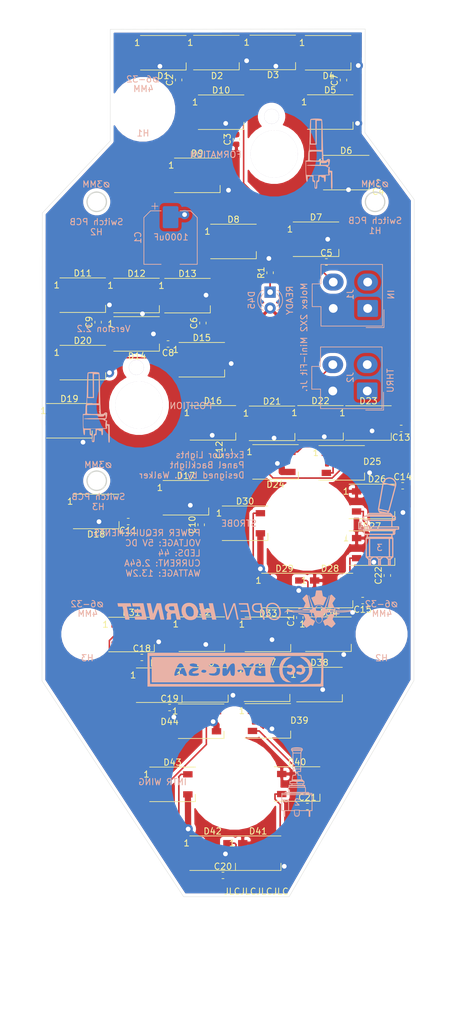
<source format=kicad_pcb>
(kicad_pcb (version 20171130) (host pcbnew "(5.1.12-1-10_14)")
  (layers (0 F.Cu signal) (31 B.Cu signal) (34 B.Paste user) (35 F.Paste user) (36 B.SilkS user) (37 F.SilkS user) (38 B.Mask user) (39 F.Mask user) (44 Edge.Cuts user))
  (net 0 "")
  (net 1 "Net-(D1-Pad2)")
  (net 2 "Net-(D2-Pad2)")
  (net 3 "Net-(D3-Pad2)")
  (net 4 "Net-(D4-Pad2)")
  (net 5 "Net-(D5-Pad2)")
  (net 6 "Net-(D10-Pad4)")
  (net 7 "Net-(D7-Pad2)")
  (net 8 "Net-(D10-Pad2)")
  (net 9 "Net-(D11-Pad2)")
  (net 10 "Net-(D12-Pad2)")
  (net 11 "Net-(D13-Pad2)")
  (net 12 "Net-(D14-Pad2)")
  (net 13 "Net-(D15-Pad2)")
  (net 14 "Net-(D16-Pad2)")
  (net 15 "Net-(D17-Pad2)")
  (net 16 "Net-(D18-Pad2)")
  (net 17 "Net-(D19-Pad2)")
  (net 18 "Net-(D20-Pad2)")
  (net 19 "Net-(D21-Pad2)")
  (net 20 "Net-(D22-Pad2)")
  (net 21 "Net-(D23-Pad2)")
  (net 22 "Net-(D24-Pad2)")
  (net 23 "Net-(D25-Pad2)")
  (net 24 "Net-(D26-Pad2)")
  (net 25 "Net-(D27-Pad2)")
  (net 26 "Net-(D28-Pad2)")
  (net 27 "Net-(D29-Pad2)")
  (net 28 "Net-(D30-Pad2)")
  (net 29 "Net-(D31-Pad2)")
  (net 30 "Net-(D32-Pad2)")
  (net 31 "Net-(D33-Pad2)")
  (net 32 "Net-(D34-Pad2)")
  (net 33 "Net-(D35-Pad2)")
  (net 34 "Net-(D36-Pad2)")
  (net 35 "Net-(D37-Pad2)")
  (net 36 "Net-(D38-Pad2)")
  (net 37 "Net-(D39-Pad2)")
  (net 38 "Net-(D40-Pad2)")
  (net 39 "Net-(D41-Pad2)")
  (net 40 "Net-(D42-Pad2)")
  (net 41 "Net-(D43-Pad2)")
  (net 42 "Net-(D6-Pad2)")
  (net 43 "Net-(D8-Pad2)")
  (net 44 /LEDGND)
  (net 45 /LED+5V)
  (net 46 /DATAIN)
  (net 47 /DATAOUT)
  (net 48 "Net-(D45-Pad1)")
  (module OH_Backlighting:Molex_Mini-Fit_Jr_5566-04A_2x02_P4.20mm_Vertical (layer B.Cu) (at 143.934 84.9605 90)
    (fp_text reference J2 (at 2.1565 -2.71 90) (layer B.SilkS) (effects (justify mirror)))
    (fp_text value Conn_01x04_Female)
    (pad 4 thru_hole oval (at 4.2 -5.5 90) (size 2.7 3.3) (drill 1.4) (layers *.Cu *.Mask) (net 47 /DATAOUT))
    (pad 3 thru_hole oval (at 0 -5.5 90) (size 2.7 3.3) (drill 1.4) (layers *.Cu *.Mask) (net 44 /LEDGND))
    (pad 2 thru_hole oval (at 4.2 0 90) (size 2.7 3.3) (drill 1.4) (layers *.Cu *.Mask) (net 45 /LED+5V))
    (pad 1 thru_hole roundrect (at 0 0 90) (size 2.7 3.3) (drill 1.4) (layers *.Cu *.Mask) (roundrect_rratio 0.09259296296296296) (net 45 /LED+5V))
  )
  (module OH_Backlighting:Molex_Mini-Fit_Jr_5566-04A_2x02_P4.20mm_Vertical (layer B.Cu) (at 144.003 71.8083 90)
    (fp_text reference J1 (at 2.2123 -2.779 90) (layer B.SilkS) (effects (justify mirror)))
    (fp_text value Conn_01x04_Female)
    (pad 4 thru_hole oval (at 4.2 -5.5 90) (size 2.7 3.3) (drill 1.4) (layers *.Cu *.Mask) (net 46 /DATAIN))
    (pad 3 thru_hole oval (at 0 -5.5 90) (size 2.7 3.3) (drill 1.4) (layers *.Cu *.Mask) (net 44 /LEDGND))
    (pad 2 thru_hole oval (at 4.2 0 90) (size 2.7 3.3) (drill 1.4) (layers *.Cu *.Mask) (net 45 /LED+5V))
    (pad 1 thru_hole roundrect (at 0 0 90) (size 2.7 3.3) (drill 1.4) (layers *.Cu *.Mask) (roundrect_rratio 0.09259296296296296) (net 45 /LED+5V))
  )
  (module OH_Backlighting:100SPX_Toggle_13mm_x_18mm (layer F.Cu) (at 134.4104 106.2482 180)
    (fp_text reference 3 hide)
    (fp_text value 100SPX_Toggle_13mm_x_18mm hide)
    (pad "" np_thru_hole circle (at 0 0 180) (size 12.7 12.7) (drill 12.7) (layers *.Mask B.Cu) (clearance 3.65))
    (pad "" np_thru_hole circle (at 0 0 180) (size 12.7 12.7) (drill 12.7) (layers *.Mask F.Cu) (clearance 1))
    (pad "" np_thru_hole circle (at 0 9.525 180) (size 3.572 3.572) (drill 3.572) (layers *.Cu *.Mask) (clearance 1))
  )
  (module OH_Backlighting:OH_Panel_6-32_PHS (layer F.Cu) (at 108.1214 40.0812)
    (fp_text reference 5 hide)
    (fp_text value OH_Panel_Fastner_Keepout hide)
    (fp_text user 4MM (at 0.075 -3.275 180) (layer B.SilkS) (effects (justify mirror)))
    (fp_text user H1 (at 0 3.81) (layer B.SilkS) (effects (justify mirror)))
    (fp_text user ⌀6-32 (at 0 -4.8) (layer B.SilkS) (effects (justify mirror)))
    (pad "" np_thru_hole circle (at 0 0) (size 4.3 4.3) (drill 4.3) (layers *.Cu *.Mask) (clearance 3))
  )
  (module OH_Backlighting:OH_Panel_6-32_PHS (layer F.Cu) (at 99.2314 123.7107)
    (fp_text reference 6 hide)
    (fp_text value OH_Panel_Fastner_Keepout hide)
    (fp_text user 4MM (at 0.075 -3.275 180) (layer B.SilkS) (effects (justify mirror)))
    (fp_text user H3 (at 0 3.81) (layer B.SilkS) (effects (justify mirror)))
    (fp_text user ⌀6-32 (at 0 -4.8) (layer B.SilkS) (effects (justify mirror)))
    (pad "" np_thru_hole circle (at 0 0) (size 4.3 4.3) (drill 4.3) (layers *.Cu *.Mask) (clearance 2))
  )
  (module OH_Backlighting:OH_Panel_6-32_PHS (layer F.Cu) (at 146.2214 123.7107)
    (fp_text reference 7 hide)
    (fp_text value OH_Panel_Fastner_Keepout hide)
    (fp_text user 4MM (at 0.075 -3.275 180) (layer B.SilkS) (effects (justify mirror)))
    (fp_text user H2 (at 0 3.81) (layer B.SilkS) (effects (justify mirror)))
    (fp_text user ⌀6-32 (at 0 -4.8) (layer B.SilkS) (effects (justify mirror)))
    (pad "" np_thru_hole circle (at 0 0) (size 4.3 4.3) (drill 4.3) (layers *.Cu *.Mask) (clearance 2))
  )
  (module OH_Backlighting:BR10K_Pot_11mm_x_11mm (layer F.Cu) (at 129.0764 47.1932 184)
    (fp_text reference 1 hide)
    (fp_text value BR10K_Pot_11mm_x_11mm hide)
    (pad "" np_thru_hole circle (at 0 0 184) (size 7.540752 7.540752) (drill 7.54) (layers *.Mask B.Cu) (clearance 3))
    (pad "" np_thru_hole circle (at 0 6 184) (size 2.38125 2.38125) (drill 2.38) (layers *.Cu *.Mask) (clearance 1))
    (pad "" np_thru_hole circle (at 0 0 184) (size 7.540752 7.540752) (drill 7.54) (layers *.Mask F.Cu) (clearance 1))
  )
  (module OH_Backlighting:BR10K_Pot_11mm_x_11mm (layer F.Cu) (at 107.4864 87.1982 184)
    (fp_text reference 2 hide)
    (fp_text value BR10K_Pot_11mm_x_11mm hide)
    (pad "" np_thru_hole circle (at 0 0 184) (size 7.540752 7.540752) (drill 7.54) (layers *.Mask B.Cu) (clearance 3))
    (pad "" np_thru_hole circle (at 0 6 184) (size 2.38125 2.38125) (drill 2.38) (layers *.Cu *.Mask) (clearance 1))
    (pad "" np_thru_hole circle (at 0 0 184) (size 7.540752 7.540752) (drill 7.54) (layers *.Mask F.Cu) (clearance 1))
  )
  (module OH_Backlighting:100SPX_Toggle_13mm_x_18mm (layer F.Cu) (at 122.7264 147.5232 180)
    (fp_text reference 4 hide)
    (fp_text value 100SPX_Toggle_13mm_x_18mm hide)
    (pad "" np_thru_hole circle (at 0 9.525 180) (size 3.572 3.572) (drill 3.572) (layers *.Cu *.Mask) (clearance 1))
    (pad "" np_thru_hole circle (at 0 0 180) (size 12.7 12.7) (drill 12.7) (layers *.Mask F.Cu) (clearance 1))
    (pad "" np_thru_hole circle (at 0 0 180) (size 12.7 12.7) (drill 12.7) (layers *.Mask B.Cu) (clearance 3.65))
  )
  (module OH_General:OH_LOGO_37.7mm_5.9mm (layer B.Cu) (at 122.89282 119.7229 180)
    (fp_text reference G*** hide)
    (fp_text value LOGO hide)
  )
  (module OH_General:CC-BY-NC-SA-Small (layer B.Cu) (at 122.970144 129.3749 180)
    (fp_text reference G*** hide)
    (fp_text value LOGO hide)
  )
  (module Resistor_SMD:R_0603_1608Metric (layer F.Cu) (at 128.422 66.1212 90)
    (fp_text reference R1 (at 0 -1.43 90) (layer F.SilkS))
    (fp_text value R)
    (pad 2 smd roundrect (at 0.7875 0 90) (size 0.875 0.95) (layers F.Cu F.Paste F.Mask) (net 44 /LEDGND))
    (pad 1 smd roundrect (at -0.7875 0 90) (size 0.875 0.95) (layers F.Cu F.Paste F.Mask) (net 48 "Net-(D45-Pad1)"))
  )
  (module Capacitor_SMD:C_0603_1608Metric (layer F.Cu) (at 134.376 151.178)
    (fp_text reference C21 (at 0 -1.43) (layer F.SilkS))
    (fp_text value C)
    (pad 2 smd roundrect (at 0.7875 0) (size 0.875 0.95) (layers F.Cu F.Paste F.Mask) (net 44 /LEDGND))
    (pad 1 smd roundrect (at -0.7875 0) (size 0.875 0.95) (layers F.Cu F.Paste F.Mask) (net 45 /LED+5V))
  )
  (module Capacitor_SMD:C_0603_1608Metric (layer F.Cu) (at 120.894 162.164)
    (fp_text reference C20 (at 0 -1.43) (layer F.SilkS))
    (fp_text value C)
    (pad 2 smd roundrect (at 0.7875 0) (size 0.875 0.95) (layers F.Cu F.Paste F.Mask) (net 44 /LEDGND))
    (pad 1 smd roundrect (at -0.7875 0) (size 0.875 0.95) (layers F.Cu F.Paste F.Mask) (net 45 /LED+5V))
  )
  (module Capacitor_SMD:C_0603_1608Metric (layer F.Cu) (at 112.37 135.412)
    (fp_text reference C19 (at 0 -1.43) (layer F.SilkS))
    (fp_text value C)
    (pad 2 smd roundrect (at 0.7875 0) (size 0.875 0.95) (layers F.Cu F.Paste F.Mask) (net 44 /LEDGND))
    (pad 1 smd roundrect (at -0.7875 0) (size 0.875 0.95) (layers F.Cu F.Paste F.Mask) (net 45 /LED+5V))
  )
  (module Capacitor_SMD:C_0603_1608Metric (layer F.Cu) (at 107.942 127.427)
    (fp_text reference C18 (at 0 -1.43) (layer F.SilkS))
    (fp_text value C)
    (pad 2 smd roundrect (at 0.7875 0) (size 0.875 0.95) (layers F.Cu F.Paste F.Mask) (net 44 /LEDGND))
    (pad 1 smd roundrect (at -0.7875 0) (size 0.875 0.95) (layers F.Cu F.Paste F.Mask) (net 45 /LED+5V))
  )
  (module Capacitor_SMD:C_0603_1608Metric (layer F.Cu) (at 133.165 121.072 90)
    (fp_text reference C17 (at 0 -1.43 90) (layer F.SilkS))
    (fp_text value C)
    (pad 2 smd roundrect (at 0.7875 0 90) (size 0.875 0.95) (layers F.Cu F.Paste F.Mask) (net 44 /LEDGND))
    (pad 1 smd roundrect (at -0.7875 0 90) (size 0.875 0.95) (layers F.Cu F.Paste F.Mask) (net 45 /LED+5V))
  )
  (module Capacitor_SMD:C_0603_1608Metric (layer F.Cu) (at 147.147 114.364 90)
    (fp_text reference C22 (at 0 -1.43 90) (layer F.SilkS))
    (fp_text value C)
    (pad 2 smd roundrect (at 0.7875 0 90) (size 0.875 0.95) (layers F.Cu F.Paste F.Mask) (net 44 /LEDGND))
    (pad 1 smd roundrect (at -0.7875 0 90) (size 0.875 0.95) (layers F.Cu F.Paste F.Mask) (net 45 /LED+5V))
  )
  (module Capacitor_SMD:C_0603_1608Metric (layer F.Cu) (at 143.203 118.359 180)
    (fp_text reference C15 (at 0 -1.43) (layer F.SilkS))
    (fp_text value C)
    (pad 2 smd roundrect (at 0.7875 0 180) (size 0.875 0.95) (layers F.Cu F.Paste F.Mask) (net 44 /LEDGND))
    (pad 1 smd roundrect (at -0.7875 0 180) (size 0.875 0.95) (layers F.Cu F.Paste F.Mask) (net 45 /LED+5V))
  )
  (module Capacitor_SMD:C_0603_1608Metric (layer F.Cu) (at 149.591 100.076)
    (fp_text reference C14 (at 0 -1.43) (layer F.SilkS))
    (fp_text value C)
    (pad 2 smd roundrect (at 0.7875 0) (size 0.875 0.95) (layers F.Cu F.Paste F.Mask) (net 44 /LEDGND))
    (pad 1 smd roundrect (at -0.7875 0) (size 0.875 0.95) (layers F.Cu F.Paste F.Mask) (net 45 /LED+5V))
  )
  (module Capacitor_SMD:C_0603_1608Metric (layer F.Cu) (at 149.352 90.932 180)
    (fp_text reference C13 (at 0 -1.43) (layer F.SilkS))
    (fp_text value C)
    (pad 2 smd roundrect (at 0.7875 0 180) (size 0.875 0.95) (layers F.Cu F.Paste F.Mask) (net 44 /LEDGND))
    (pad 1 smd roundrect (at -0.7875 0 180) (size 0.875 0.95) (layers F.Cu F.Paste F.Mask) (net 45 /LED+5V))
  )
  (module Capacitor_SMD:C_0603_1608Metric (layer F.Cu) (at 121.735 94.356 90)
    (fp_text reference C12 (at 0 -1.43 90) (layer F.SilkS))
    (fp_text value C)
    (pad 2 smd roundrect (at 0.7875 0 90) (size 0.875 0.95) (layers F.Cu F.Paste F.Mask) (net 44 /LEDGND))
    (pad 1 smd roundrect (at -0.7875 0 90) (size 0.875 0.95) (layers F.Cu F.Paste F.Mask) (net 45 /LED+5V))
  )
  (module Capacitor_SMD:C_0603_1608Metric (layer F.Cu) (at 105.766 105.771 180)
    (fp_text reference C11 (at 0 -1.43) (layer F.SilkS))
    (fp_text value C)
    (pad 2 smd roundrect (at 0.7875 0 180) (size 0.875 0.95) (layers F.Cu F.Paste F.Mask) (net 44 /LEDGND))
    (pad 1 smd roundrect (at -0.7875 0 180) (size 0.875 0.95) (layers F.Cu F.Paste F.Mask) (net 45 /LED+5V))
  )
  (module Capacitor_SMD:C_0603_1608Metric (layer F.Cu) (at 117.419 106.291 90)
    (fp_text reference C10 (at 0 -1.43 90) (layer F.SilkS))
    (fp_text value C)
    (pad 2 smd roundrect (at 0.7875 0 90) (size 0.875 0.95) (layers F.Cu F.Paste F.Mask) (net 44 /LEDGND))
    (pad 1 smd roundrect (at -0.7875 0 90) (size 0.875 0.95) (layers F.Cu F.Paste F.Mask) (net 45 /LED+5V))
  )
  (module Capacitor_SMD:C_0603_1608Metric (layer F.Cu) (at 100.957 73.9977 90)
    (fp_text reference C9 (at 0 -1.43 90) (layer F.SilkS))
    (fp_text value C)
    (pad 2 smd roundrect (at 0.7875 0 90) (size 0.875 0.95) (layers F.Cu F.Paste F.Mask) (net 44 /LEDGND))
    (pad 1 smd roundrect (at -0.7875 0 90) (size 0.875 0.95) (layers F.Cu F.Paste F.Mask) (net 45 /LED+5V))
  )
  (module Capacitor_SMD:C_0603_1608Metric (layer F.Cu) (at 112.123 77.4675 180)
    (fp_text reference C8 (at 0 -1.43) (layer F.SilkS))
    (fp_text value C)
    (pad 2 smd roundrect (at 0.7875 0 180) (size 0.875 0.95) (layers F.Cu F.Paste F.Mask) (net 44 /LEDGND))
    (pad 1 smd roundrect (at -0.7875 0 180) (size 0.875 0.95) (layers F.Cu F.Paste F.Mask) (net 45 /LED+5V))
  )
  (module Capacitor_SMD:C_0603_1608Metric (layer F.Cu) (at 140.139 35.4153 90)
    (fp_text reference C7 (at 0 -1.43 90) (layer F.SilkS))
    (fp_text value C)
    (pad 2 smd roundrect (at 0.7875 0 90) (size 0.875 0.95) (layers F.Cu F.Paste F.Mask) (net 44 /LEDGND))
    (pad 1 smd roundrect (at -0.7875 0 90) (size 0.875 0.95) (layers F.Cu F.Paste F.Mask) (net 45 /LED+5V))
  )
  (module Capacitor_SMD:C_0603_1608Metric (layer F.Cu) (at 117.686 74.1375 90)
    (fp_text reference C6 (at 0 -1.43 90) (layer F.SilkS))
    (fp_text value C)
    (pad 2 smd roundrect (at 0.7875 0 90) (size 0.875 0.95) (layers F.Cu F.Paste F.Mask) (net 44 /LEDGND))
    (pad 1 smd roundrect (at -0.7875 0 90) (size 0.875 0.95) (layers F.Cu F.Paste F.Mask) (net 45 /LED+5V))
  )
  (module Capacitor_SMD:C_0603_1608Metric (layer F.Cu) (at 137.404 64.3966)
    (fp_text reference C5 (at 0 -1.43) (layer F.SilkS))
    (fp_text value C)
    (pad 2 smd roundrect (at 0.7875 0) (size 0.875 0.95) (layers F.Cu F.Paste F.Mask) (net 44 /LEDGND))
    (pad 1 smd roundrect (at -0.7875 0) (size 0.875 0.95) (layers F.Cu F.Paste F.Mask) (net 45 /LED+5V))
  )
  (module Capacitor_SMD:C_0603_1608Metric (layer F.Cu) (at 145.674 51.7652 180)
    (fp_text reference C4 (at 0 -1.43) (layer F.SilkS))
    (fp_text value C)
    (pad 2 smd roundrect (at 0.7875 0 180) (size 0.875 0.95) (layers F.Cu F.Paste F.Mask) (net 44 /LEDGND))
    (pad 1 smd roundrect (at -0.7875 0 180) (size 0.875 0.95) (layers F.Cu F.Paste F.Mask) (net 45 /LED+5V))
  )
  (module Capacitor_SMD:C_0603_1608Metric (layer F.Cu) (at 123.038 44.8639 90)
    (fp_text reference C3 (at 0 -1.43 90) (layer F.SilkS))
    (fp_text value C)
    (pad 2 smd roundrect (at 0.7875 0 90) (size 0.875 0.95) (layers F.Cu F.Paste F.Mask) (net 44 /LEDGND))
    (pad 1 smd roundrect (at -0.7875 0 90) (size 0.875 0.95) (layers F.Cu F.Paste F.Mask) (net 45 /LED+5V))
  )
  (module Capacitor_SMD:C_0603_1608Metric (layer F.Cu) (at 113.82 35.395 90)
    (fp_text reference C2 (at 0 -1.43 90) (layer F.SilkS))
    (fp_text value C)
    (pad 2 smd roundrect (at 0.7875 0 90) (size 0.875 0.95) (layers F.Cu F.Paste F.Mask) (net 44 /LEDGND))
    (pad 1 smd roundrect (at -0.7875 0 90) (size 0.875 0.95) (layers F.Cu F.Paste F.Mask) (net 45 /LED+5V))
  )
  (module LED_THT:LED_D3.0mm (layer B.Cu) (at 128.422 69.2125 270)
    (fp_text reference D45 (at 1.27 2.96 270) (layer B.SilkS) (effects (justify mirror)))
    (fp_text value LED)
    (pad 2 thru_hole circle (at 2.54 0 270) (size 1.8 1.8) (drill 0.9) (layers *.Cu *.Mask) (net 45 /LED+5V))
    (pad 1 thru_hole rect (at 0 0 270) (size 1.8 1.8) (drill 0.9) (layers *.Cu *.Mask) (net 48 "Net-(D45-Pad1)"))
  )
  (module "Kicad Footprint Files:S2ALToggle" (layer B.Cu) (at 132.842 147.4216 180)
    (fp_text reference G4 hide)
    (fp_text value LOGO hide)
    (fp_text user 2 (at 0.125 -3.075) (layer B.SilkS) (effects (justify mirror)))
  )
  (module "Kicad Footprint Files:100SpxToggle" (layer F.Cu) (at 146.406 107.137)
    (fp_text reference G3 hide)
    (fp_text value LOGO hide)
  )
  (module "Kicad Footprint Files:BR10KPot" (layer B.Cu) (at 100.6348 87.5284 180)
    (fp_text reference G2 hide)
    (fp_text value LOGO hide)
  )
  (module "Kicad Footprint Files:BR10KPot" (layer B.Cu) (at 136.1948 47.1424 180)
    (fp_text reference G1 hide)
    (fp_text value LOGO hide)
  )
  (module LED_SMD:LED_WS2812B_PLCC4_5.0x5.0mm_P3.2mm (layer F.Cu) (at 107.098 75.8696)
    (fp_text reference D14 (at 0.09 3.5308) (layer F.SilkS))
    (fp_text value WS2812B)
    (fp_text user 1 (at -4.15 -1.6) (layer F.SilkS))
    (pad 1 smd rect (at -2.45 -1.6) (size 1.5 1) (layers F.Cu F.Paste F.Mask) (net 45 /LED+5V))
    (pad 2 smd rect (at -2.45 1.6) (size 1.5 1) (layers F.Cu F.Paste F.Mask) (net 12 "Net-(D14-Pad2)"))
    (pad 4 smd rect (at 2.45 -1.6) (size 1.5 1) (layers F.Cu F.Paste F.Mask) (net 11 "Net-(D13-Pad2)"))
    (pad 3 smd rect (at 2.45 1.6) (size 1.5 1) (layers F.Cu F.Paste F.Mask) (net 44 /LEDGND))
  )
  (module LED_SMD:LED_WS2812B_PLCC4_5.0x5.0mm_P3.2mm (layer F.Cu) (at 132.729 147.599)
    (fp_text reference D40 (at 0 -3.5) (layer F.SilkS))
    (fp_text value WS2812B)
    (fp_text user 1 (at -4.15 -1.6) (layer F.SilkS))
    (pad 1 smd rect (at -2.45 -1.6) (size 1.5 1) (layers F.Cu F.Paste F.Mask) (net 45 /LED+5V))
    (pad 2 smd rect (at -2.45 1.6) (size 1.5 1) (layers F.Cu F.Paste F.Mask) (net 38 "Net-(D40-Pad2)"))
    (pad 4 smd rect (at 2.45 -1.6) (size 1.5 1) (layers F.Cu F.Paste F.Mask) (net 37 "Net-(D39-Pad2)"))
    (pad 3 smd rect (at 2.45 1.6) (size 1.5 1) (layers F.Cu F.Paste F.Mask) (net 44 /LEDGND))
  )
  (module LED_SMD:LED_WS2812B_PLCC4_5.0x5.0mm_P3.2mm (layer F.Cu) (at 117.41 137.592)
    (fp_text reference D44 (at -5.0408 0.0764) (layer F.SilkS))
    (fp_text value WS2812B)
    (fp_text user 1 (at -4.15 -1.6) (layer F.SilkS))
    (pad 1 smd rect (at -2.45 -1.6) (size 1.5 1) (layers F.Cu F.Paste F.Mask) (net 45 /LED+5V))
    (pad 2 smd rect (at -2.45 1.6) (size 1.5 1) (layers F.Cu F.Paste F.Mask) (net 47 /DATAOUT))
    (pad 4 smd rect (at 2.45 -1.6) (size 1.5 1) (layers F.Cu F.Paste F.Mask) (net 41 "Net-(D43-Pad2)"))
    (pad 3 smd rect (at 2.45 1.6) (size 1.5 1) (layers F.Cu F.Paste F.Mask) (net 44 /LEDGND))
  )
  (module LED_SMD:LED_WS2812B_PLCC4_5.0x5.0mm_P3.2mm (layer F.Cu) (at 112.838 147.65)
    (fp_text reference D43 (at 0 -3.5) (layer F.SilkS))
    (fp_text value WS2812B)
    (fp_text user 1 (at -4.15 -1.6) (layer F.SilkS))
    (pad 1 smd rect (at -2.45 -1.6) (size 1.5 1) (layers F.Cu F.Paste F.Mask) (net 45 /LED+5V))
    (pad 2 smd rect (at -2.45 1.6) (size 1.5 1) (layers F.Cu F.Paste F.Mask) (net 41 "Net-(D43-Pad2)"))
    (pad 4 smd rect (at 2.45 -1.6) (size 1.5 1) (layers F.Cu F.Paste F.Mask) (net 40 "Net-(D42-Pad2)"))
    (pad 3 smd rect (at 2.45 1.6) (size 1.5 1) (layers F.Cu F.Paste F.Mask) (net 44 /LEDGND))
  )
  (module LED_SMD:LED_WS2812B_PLCC4_5.0x5.0mm_P3.2mm (layer F.Cu) (at 119.239 158.623)
    (fp_text reference D42 (at 0 -3.5) (layer F.SilkS))
    (fp_text value WS2812B)
    (fp_text user 1 (at -4.15 -1.6) (layer F.SilkS))
    (pad 1 smd rect (at -2.45 -1.6) (size 1.5 1) (layers F.Cu F.Paste F.Mask) (net 45 /LED+5V))
    (pad 2 smd rect (at -2.45 1.6) (size 1.5 1) (layers F.Cu F.Paste F.Mask) (net 40 "Net-(D42-Pad2)"))
    (pad 4 smd rect (at 2.45 -1.6) (size 1.5 1) (layers F.Cu F.Paste F.Mask) (net 39 "Net-(D41-Pad2)"))
    (pad 3 smd rect (at 2.45 1.6) (size 1.5 1) (layers F.Cu F.Paste F.Mask) (net 44 /LEDGND))
  )
  (module LED_SMD:LED_WS2812B_PLCC4_5.0x5.0mm_P3.2mm (layer F.Cu) (at 126.504 158.623)
    (fp_text reference D41 (at 0 -3.5) (layer F.SilkS))
    (fp_text value WS2812B)
    (fp_text user 1 (at -4.15 -1.6) (layer F.SilkS))
    (pad 1 smd rect (at -2.45 -1.6) (size 1.5 1) (layers F.Cu F.Paste F.Mask) (net 45 /LED+5V))
    (pad 2 smd rect (at -2.45 1.6) (size 1.5 1) (layers F.Cu F.Paste F.Mask) (net 39 "Net-(D41-Pad2)"))
    (pad 4 smd rect (at 2.45 -1.6) (size 1.5 1) (layers F.Cu F.Paste F.Mask) (net 38 "Net-(D40-Pad2)"))
    (pad 3 smd rect (at 2.45 1.6) (size 1.5 1) (layers F.Cu F.Paste F.Mask) (net 44 /LEDGND))
  )
  (module LED_SMD:LED_WS2812B_PLCC4_5.0x5.0mm_P3.2mm (layer F.Cu) (at 128.055 137.541)
    (fp_text reference D39 (at 5.0408 -0.076) (layer F.SilkS))
    (fp_text value WS2812B)
    (fp_text user 1 (at -4.15 -1.6) (layer F.SilkS))
    (pad 1 smd rect (at -2.45 -1.6) (size 1.5 1) (layers F.Cu F.Paste F.Mask) (net 45 /LED+5V))
    (pad 2 smd rect (at -2.45 1.6) (size 1.5 1) (layers F.Cu F.Paste F.Mask) (net 37 "Net-(D39-Pad2)"))
    (pad 4 smd rect (at 2.45 -1.6) (size 1.5 1) (layers F.Cu F.Paste F.Mask) (net 36 "Net-(D38-Pad2)"))
    (pad 3 smd rect (at 2.45 1.6) (size 1.5 1) (layers F.Cu F.Paste F.Mask) (net 44 /LEDGND))
  )
  (module LED_SMD:LED_WS2812B_PLCC4_5.0x5.0mm_P3.2mm (layer F.Cu) (at 136.308 131.75)
    (fp_text reference D38 (at 0 -3.5) (layer F.SilkS))
    (fp_text value WS2812B)
    (fp_text user 1 (at -4.15 -1.6) (layer F.SilkS))
    (pad 1 smd rect (at -2.45 -1.6) (size 1.5 1) (layers F.Cu F.Paste F.Mask) (net 45 /LED+5V))
    (pad 2 smd rect (at -2.45 1.6) (size 1.5 1) (layers F.Cu F.Paste F.Mask) (net 36 "Net-(D38-Pad2)"))
    (pad 4 smd rect (at 2.45 -1.6) (size 1.5 1) (layers F.Cu F.Paste F.Mask) (net 35 "Net-(D37-Pad2)"))
    (pad 3 smd rect (at 2.45 1.6) (size 1.5 1) (layers F.Cu F.Paste F.Mask) (net 44 /LEDGND))
  )
  (module LED_SMD:LED_WS2812B_PLCC4_5.0x5.0mm_P3.2mm (layer F.Cu) (at 127.926 131.699)
    (fp_text reference D37 (at 0 -3.5) (layer F.SilkS))
    (fp_text value WS2812B)
    (fp_text user 1 (at -4.15 -1.6) (layer F.SilkS))
    (pad 1 smd rect (at -2.45 -1.6) (size 1.5 1) (layers F.Cu F.Paste F.Mask) (net 45 /LED+5V))
    (pad 2 smd rect (at -2.45 1.6) (size 1.5 1) (layers F.Cu F.Paste F.Mask) (net 35 "Net-(D37-Pad2)"))
    (pad 4 smd rect (at 2.45 -1.6) (size 1.5 1) (layers F.Cu F.Paste F.Mask) (net 34 "Net-(D36-Pad2)"))
    (pad 3 smd rect (at 2.45 1.6) (size 1.5 1) (layers F.Cu F.Paste F.Mask) (net 44 /LEDGND))
  )
  (module LED_SMD:LED_WS2812B_PLCC4_5.0x5.0mm_P3.2mm (layer F.Cu) (at 118.071 131.8)
    (fp_text reference D36 (at 0 -3.5) (layer F.SilkS))
    (fp_text value WS2812B)
    (fp_text user 1 (at -4.15 -1.6) (layer F.SilkS))
    (pad 1 smd rect (at -2.45 -1.6) (size 1.5 1) (layers F.Cu F.Paste F.Mask) (net 45 /LED+5V))
    (pad 2 smd rect (at -2.45 1.6) (size 1.5 1) (layers F.Cu F.Paste F.Mask) (net 34 "Net-(D36-Pad2)"))
    (pad 4 smd rect (at 2.45 -1.6) (size 1.5 1) (layers F.Cu F.Paste F.Mask) (net 33 "Net-(D35-Pad2)"))
    (pad 3 smd rect (at 2.45 1.6) (size 1.5 1) (layers F.Cu F.Paste F.Mask) (net 44 /LEDGND))
  )
  (module LED_SMD:LED_WS2812B_PLCC4_5.0x5.0mm_P3.2mm (layer F.Cu) (at 110.705 131.851)
    (fp_text reference D35 (at 0 -3.5) (layer F.SilkS))
    (fp_text value WS2812B)
    (fp_text user 1 (at -4.15 -1.6) (layer F.SilkS))
    (pad 1 smd rect (at -2.45 -1.6) (size 1.5 1) (layers F.Cu F.Paste F.Mask) (net 45 /LED+5V))
    (pad 2 smd rect (at -2.45 1.6) (size 1.5 1) (layers F.Cu F.Paste F.Mask) (net 33 "Net-(D35-Pad2)"))
    (pad 4 smd rect (at 2.45 -1.6) (size 1.5 1) (layers F.Cu F.Paste F.Mask) (net 32 "Net-(D34-Pad2)"))
    (pad 3 smd rect (at 2.45 1.6) (size 1.5 1) (layers F.Cu F.Paste F.Mask) (net 44 /LEDGND))
  )
  (module LED_SMD:LED_WS2812B_PLCC4_5.0x5.0mm_P3.2mm (layer F.Cu) (at 137.73 123.723)
    (fp_text reference D34 (at 0.09 -3.4288) (layer F.SilkS))
    (fp_text value WS2812B)
    (fp_text user 1 (at -4.15 -1.6) (layer F.SilkS))
    (pad 1 smd rect (at -2.45 -1.6) (size 1.5 1) (layers F.Cu F.Paste F.Mask) (net 45 /LED+5V))
    (pad 2 smd rect (at -2.45 1.6) (size 1.5 1) (layers F.Cu F.Paste F.Mask) (net 32 "Net-(D34-Pad2)"))
    (pad 4 smd rect (at 2.45 -1.6) (size 1.5 1) (layers F.Cu F.Paste F.Mask) (net 31 "Net-(D33-Pad2)"))
    (pad 3 smd rect (at 2.45 1.6) (size 1.5 1) (layers F.Cu F.Paste F.Mask) (net 44 /LEDGND))
  )
  (module LED_SMD:LED_WS2812B_PLCC4_5.0x5.0mm_P3.2mm (layer F.Cu) (at 128.067 123.749)
    (fp_text reference D33 (at 0.0508 -3.3528) (layer F.SilkS))
    (fp_text value WS2812B)
    (fp_text user 1 (at -4.15 -1.6) (layer F.SilkS))
    (pad 1 smd rect (at -2.45 -1.6) (size 1.5 1) (layers F.Cu F.Paste F.Mask) (net 45 /LED+5V))
    (pad 2 smd rect (at -2.45 1.6) (size 1.5 1) (layers F.Cu F.Paste F.Mask) (net 31 "Net-(D33-Pad2)"))
    (pad 4 smd rect (at 2.45 -1.6) (size 1.5 1) (layers F.Cu F.Paste F.Mask) (net 30 "Net-(D32-Pad2)"))
    (pad 3 smd rect (at 2.45 1.6) (size 1.5 1) (layers F.Cu F.Paste F.Mask) (net 44 /LEDGND))
  )
  (module LED_SMD:LED_WS2812B_PLCC4_5.0x5.0mm_P3.2mm (layer F.Cu) (at 117.512 123.723)
    (fp_text reference D32 (at 0 -3.5) (layer F.SilkS))
    (fp_text value WS2812B)
    (fp_text user 1 (at -4.15 -1.6) (layer F.SilkS))
    (pad 1 smd rect (at -2.45 -1.6) (size 1.5 1) (layers F.Cu F.Paste F.Mask) (net 45 /LED+5V))
    (pad 2 smd rect (at -2.45 1.6) (size 1.5 1) (layers F.Cu F.Paste F.Mask) (net 30 "Net-(D32-Pad2)"))
    (pad 4 smd rect (at 2.45 -1.6) (size 1.5 1) (layers F.Cu F.Paste F.Mask) (net 29 "Net-(D31-Pad2)"))
    (pad 3 smd rect (at 2.45 1.6) (size 1.5 1) (layers F.Cu F.Paste F.Mask) (net 44 /LEDGND))
  )
  (module LED_SMD:LED_WS2812B_PLCC4_5.0x5.0mm_P3.2mm (layer F.Cu) (at 106.285 123.774)
    (fp_text reference D31 (at 0 -3.5) (layer F.SilkS))
    (fp_text value WS2812B)
    (fp_text user 1 (at -4.15 -1.6) (layer F.SilkS))
    (pad 1 smd rect (at -2.45 -1.6) (size 1.5 1) (layers F.Cu F.Paste F.Mask) (net 45 /LED+5V))
    (pad 2 smd rect (at -2.45 1.6) (size 1.5 1) (layers F.Cu F.Paste F.Mask) (net 29 "Net-(D31-Pad2)"))
    (pad 4 smd rect (at 2.45 -1.6) (size 1.5 1) (layers F.Cu F.Paste F.Mask) (net 28 "Net-(D30-Pad2)"))
    (pad 3 smd rect (at 2.45 1.6) (size 1.5 1) (layers F.Cu F.Paste F.Mask) (net 44 /LEDGND))
  )
  (module LED_SMD:LED_WS2812B_PLCC4_5.0x5.0mm_P3.2mm (layer F.Cu) (at 124.421 106.045)
    (fp_text reference D30 (at 0 -3.5) (layer F.SilkS))
    (fp_text value WS2812B)
    (fp_text user 1 (at -4.15 -1.6) (layer F.SilkS))
    (pad 1 smd rect (at -2.45 -1.6) (size 1.5 1) (layers F.Cu F.Paste F.Mask) (net 45 /LED+5V))
    (pad 2 smd rect (at -2.45 1.6) (size 1.5 1) (layers F.Cu F.Paste F.Mask) (net 28 "Net-(D30-Pad2)"))
    (pad 4 smd rect (at 2.45 -1.6) (size 1.5 1) (layers F.Cu F.Paste F.Mask) (net 27 "Net-(D29-Pad2)"))
    (pad 3 smd rect (at 2.45 1.6) (size 1.5 1) (layers F.Cu F.Paste F.Mask) (net 44 /LEDGND))
  )
  (module LED_SMD:LED_WS2812B_PLCC4_5.0x5.0mm_P3.2mm (layer F.Cu) (at 130.72 116.764)
    (fp_text reference D29 (at 0 -3.5) (layer F.SilkS))
    (fp_text value WS2812B)
    (fp_text user 1 (at -4.15 -1.6) (layer F.SilkS))
    (pad 1 smd rect (at -2.45 -1.6) (size 1.5 1) (layers F.Cu F.Paste F.Mask) (net 45 /LED+5V))
    (pad 2 smd rect (at -2.45 1.6) (size 1.5 1) (layers F.Cu F.Paste F.Mask) (net 27 "Net-(D29-Pad2)"))
    (pad 4 smd rect (at 2.45 -1.6) (size 1.5 1) (layers F.Cu F.Paste F.Mask) (net 26 "Net-(D28-Pad2)"))
    (pad 3 smd rect (at 2.45 1.6) (size 1.5 1) (layers F.Cu F.Paste F.Mask) (net 44 /LEDGND))
  )
  (module LED_SMD:LED_WS2812B_PLCC4_5.0x5.0mm_P3.2mm (layer F.Cu) (at 137.984 116.764)
    (fp_text reference D28 (at 0 -3.5) (layer F.SilkS))
    (fp_text value WS2812B)
    (fp_text user 1 (at -4.15 -1.6) (layer F.SilkS))
    (pad 1 smd rect (at -2.45 -1.6) (size 1.5 1) (layers F.Cu F.Paste F.Mask) (net 45 /LED+5V))
    (pad 2 smd rect (at -2.45 1.6) (size 1.5 1) (layers F.Cu F.Paste F.Mask) (net 26 "Net-(D28-Pad2)"))
    (pad 4 smd rect (at 2.45 -1.6) (size 1.5 1) (layers F.Cu F.Paste F.Mask) (net 25 "Net-(D27-Pad2)"))
    (pad 3 smd rect (at 2.45 1.6) (size 1.5 1) (layers F.Cu F.Paste F.Mask) (net 44 /LEDGND))
  )
  (module LED_SMD:LED_WS2812B_PLCC4_5.0x5.0mm_P3.2mm (layer F.Cu) (at 144.69 110.007)
    (fp_text reference D27 (at 0 -3.5) (layer F.SilkS))
    (fp_text value WS2812B)
    (fp_text user 1 (at -4.15 -1.6) (layer F.SilkS))
    (pad 1 smd rect (at -2.45 -1.6) (size 1.5 1) (layers F.Cu F.Paste F.Mask) (net 45 /LED+5V))
    (pad 2 smd rect (at -2.45 1.6) (size 1.5 1) (layers F.Cu F.Paste F.Mask) (net 25 "Net-(D27-Pad2)"))
    (pad 4 smd rect (at 2.45 -1.6) (size 1.5 1) (layers F.Cu F.Paste F.Mask) (net 24 "Net-(D26-Pad2)"))
    (pad 3 smd rect (at 2.45 1.6) (size 1.5 1) (layers F.Cu F.Paste F.Mask) (net 44 /LEDGND))
  )
  (module LED_SMD:LED_WS2812B_PLCC4_5.0x5.0mm_P3.2mm (layer F.Cu) (at 144.678 102.565)
    (fp_text reference D26 (at 0.8128 -3.556) (layer F.SilkS))
    (fp_text value WS2812B)
    (fp_text user 1 (at -4.15 -1.6) (layer F.SilkS))
    (pad 1 smd rect (at -2.45 -1.6) (size 1.5 1) (layers F.Cu F.Paste F.Mask) (net 45 /LED+5V))
    (pad 2 smd rect (at -2.45 1.6) (size 1.5 1) (layers F.Cu F.Paste F.Mask) (net 24 "Net-(D26-Pad2)"))
    (pad 4 smd rect (at 2.45 -1.6) (size 1.5 1) (layers F.Cu F.Paste F.Mask) (net 23 "Net-(D25-Pad2)"))
    (pad 3 smd rect (at 2.45 1.6) (size 1.5 1) (layers F.Cu F.Paste F.Mask) (net 44 /LEDGND))
  )
  (module LED_SMD:LED_WS2812B_PLCC4_5.0x5.0mm_P3.2mm (layer F.Cu) (at 139.852 96.4184)
    (fp_text reference D25 (at 4.8768 -0.2032) (layer F.SilkS))
    (fp_text value WS2812B)
    (fp_text user 1 (at -4.15 -1.6) (layer F.SilkS))
    (pad 1 smd rect (at -2.45 -1.6) (size 1.5 1) (layers F.Cu F.Paste F.Mask) (net 45 /LED+5V))
    (pad 2 smd rect (at -2.45 1.6) (size 1.5 1) (layers F.Cu F.Paste F.Mask) (net 23 "Net-(D25-Pad2)"))
    (pad 4 smd rect (at 2.45 -1.6) (size 1.5 1) (layers F.Cu F.Paste F.Mask) (net 22 "Net-(D24-Pad2)"))
    (pad 3 smd rect (at 2.45 1.6) (size 1.5 1) (layers F.Cu F.Paste F.Mask) (net 44 /LEDGND))
  )
  (module LED_SMD:LED_WS2812B_PLCC4_5.0x5.0mm_P3.2mm (layer F.Cu) (at 129.286 96.266)
    (fp_text reference D24 (at 0 3.6068) (layer F.SilkS))
    (fp_text value WS2812B)
    (fp_text user 1 (at -4.15 -1.6) (layer F.SilkS))
    (pad 1 smd rect (at -2.45 -1.6) (size 1.5 1) (layers F.Cu F.Paste F.Mask) (net 45 /LED+5V))
    (pad 2 smd rect (at -2.45 1.6) (size 1.5 1) (layers F.Cu F.Paste F.Mask) (net 22 "Net-(D24-Pad2)"))
    (pad 4 smd rect (at 2.45 -1.6) (size 1.5 1) (layers F.Cu F.Paste F.Mask) (net 21 "Net-(D23-Pad2)"))
    (pad 3 smd rect (at 2.45 1.6) (size 1.5 1) (layers F.Cu F.Paste F.Mask) (net 44 /LEDGND))
  )
  (module LED_SMD:LED_WS2812B_PLCC4_5.0x5.0mm_P3.2mm (layer F.Cu) (at 144.12 90.0684)
    (fp_text reference D23 (at 0 -3.5) (layer F.SilkS))
    (fp_text value WS2812B)
    (fp_text user 1 (at -4.15 -1.6) (layer F.SilkS))
    (pad 1 smd rect (at -2.45 -1.6) (size 1.5 1) (layers F.Cu F.Paste F.Mask) (net 45 /LED+5V))
    (pad 2 smd rect (at -2.45 1.6) (size 1.5 1) (layers F.Cu F.Paste F.Mask) (net 21 "Net-(D23-Pad2)"))
    (pad 4 smd rect (at 2.45 -1.6) (size 1.5 1) (layers F.Cu F.Paste F.Mask) (net 20 "Net-(D22-Pad2)"))
    (pad 3 smd rect (at 2.45 1.6) (size 1.5 1) (layers F.Cu F.Paste F.Mask) (net 44 /LEDGND))
  )
  (module LED_SMD:LED_WS2812B_PLCC4_5.0x5.0mm_P3.2mm (layer F.Cu) (at 136.46 90.0428)
    (fp_text reference D22 (at 0 -3.5) (layer F.SilkS))
    (fp_text value WS2812B)
    (fp_text user 1 (at -4.15 -1.6) (layer F.SilkS))
    (pad 1 smd rect (at -2.45 -1.6) (size 1.5 1) (layers F.Cu F.Paste F.Mask) (net 45 /LED+5V))
    (pad 2 smd rect (at -2.45 1.6) (size 1.5 1) (layers F.Cu F.Paste F.Mask) (net 20 "Net-(D22-Pad2)"))
    (pad 4 smd rect (at 2.45 -1.6) (size 1.5 1) (layers F.Cu F.Paste F.Mask) (net 19 "Net-(D21-Pad2)"))
    (pad 3 smd rect (at 2.45 1.6) (size 1.5 1) (layers F.Cu F.Paste F.Mask) (net 44 /LEDGND))
  )
  (module LED_SMD:LED_WS2812B_PLCC4_5.0x5.0mm_P3.2mm (layer F.Cu) (at 128.727 90.1192)
    (fp_text reference D21 (at 0 -3.5) (layer F.SilkS))
    (fp_text value WS2812B)
    (fp_text user 1 (at -4.15 -1.6) (layer F.SilkS))
    (pad 1 smd rect (at -2.45 -1.6) (size 1.5 1) (layers F.Cu F.Paste F.Mask) (net 45 /LED+5V))
    (pad 2 smd rect (at -2.45 1.6) (size 1.5 1) (layers F.Cu F.Paste F.Mask) (net 19 "Net-(D21-Pad2)"))
    (pad 4 smd rect (at 2.45 -1.6) (size 1.5 1) (layers F.Cu F.Paste F.Mask) (net 18 "Net-(D20-Pad2)"))
    (pad 3 smd rect (at 2.45 1.6) (size 1.5 1) (layers F.Cu F.Paste F.Mask) (net 44 /LEDGND))
  )
  (module LED_SMD:LED_WS2812B_PLCC4_5.0x5.0mm_P3.2mm (layer F.Cu) (at 98.5128 80.4416)
    (fp_text reference D20 (at 0 -3.5) (layer F.SilkS))
    (fp_text value WS2812B)
    (fp_text user 1 (at -4.15 -1.6) (layer F.SilkS))
    (pad 1 smd rect (at -2.45 -1.6) (size 1.5 1) (layers F.Cu F.Paste F.Mask) (net 45 /LED+5V))
    (pad 2 smd rect (at -2.45 1.6) (size 1.5 1) (layers F.Cu F.Paste F.Mask) (net 18 "Net-(D20-Pad2)"))
    (pad 4 smd rect (at 2.45 -1.6) (size 1.5 1) (layers F.Cu F.Paste F.Mask) (net 17 "Net-(D19-Pad2)"))
    (pad 3 smd rect (at 2.45 1.6) (size 1.5 1) (layers F.Cu F.Paste F.Mask) (net 44 /LEDGND))
  )
  (module LED_SMD:LED_WS2812B_PLCC4_5.0x5.0mm_P3.2mm (layer F.Cu) (at 96.3676 89.7128)
    (fp_text reference D19 (at 0 -3.5) (layer F.SilkS))
    (fp_text value WS2812B)
    (fp_text user 1 (at -4.15 -1.6) (layer F.SilkS))
    (pad 1 smd rect (at -2.45 -1.6) (size 1.5 1) (layers F.Cu F.Paste F.Mask) (net 45 /LED+5V))
    (pad 2 smd rect (at -2.45 1.6) (size 1.5 1) (layers F.Cu F.Paste F.Mask) (net 17 "Net-(D19-Pad2)"))
    (pad 4 smd rect (at 2.45 -1.6) (size 1.5 1) (layers F.Cu F.Paste F.Mask) (net 16 "Net-(D18-Pad2)"))
    (pad 3 smd rect (at 2.45 1.6) (size 1.5 1) (layers F.Cu F.Paste F.Mask) (net 44 /LEDGND))
  )
  (module LED_SMD:LED_WS2812B_PLCC4_5.0x5.0mm_P3.2mm (layer F.Cu) (at 100.646 104.165)
    (fp_text reference D18 (at 0 3.6324) (layer F.SilkS))
    (fp_text value WS2812B)
    (fp_text user 1 (at -4.15 -1.6) (layer F.SilkS))
    (pad 1 smd rect (at -2.45 -1.6) (size 1.5 1) (layers F.Cu F.Paste F.Mask) (net 45 /LED+5V))
    (pad 2 smd rect (at -2.45 1.6) (size 1.5 1) (layers F.Cu F.Paste F.Mask) (net 16 "Net-(D18-Pad2)"))
    (pad 4 smd rect (at 2.45 -1.6) (size 1.5 1) (layers F.Cu F.Paste F.Mask) (net 15 "Net-(D17-Pad2)"))
    (pad 3 smd rect (at 2.45 1.6) (size 1.5 1) (layers F.Cu F.Paste F.Mask) (net 44 /LEDGND))
  )
  (module LED_SMD:LED_WS2812B_PLCC4_5.0x5.0mm_P3.2mm (layer F.Cu) (at 114.972 101.981)
    (fp_text reference D17 (at 0 -3.5) (layer F.SilkS))
    (fp_text value WS2812B)
    (fp_text user 1 (at -4.15 -1.6) (layer F.SilkS))
    (pad 1 smd rect (at -2.45 -1.6) (size 1.5 1) (layers F.Cu F.Paste F.Mask) (net 45 /LED+5V))
    (pad 2 smd rect (at -2.45 1.6) (size 1.5 1) (layers F.Cu F.Paste F.Mask) (net 15 "Net-(D17-Pad2)"))
    (pad 4 smd rect (at 2.45 -1.6) (size 1.5 1) (layers F.Cu F.Paste F.Mask) (net 14 "Net-(D16-Pad2)"))
    (pad 3 smd rect (at 2.45 1.6) (size 1.5 1) (layers F.Cu F.Paste F.Mask) (net 44 /LEDGND))
  )
  (module LED_SMD:LED_WS2812B_PLCC4_5.0x5.0mm_P3.2mm (layer F.Cu) (at 119.29 90.0428)
    (fp_text reference D16 (at 0 -3.5) (layer F.SilkS))
    (fp_text value WS2812B)
    (fp_text user 1 (at -4.15 -1.6) (layer F.SilkS))
    (pad 1 smd rect (at -2.45 -1.6) (size 1.5 1) (layers F.Cu F.Paste F.Mask) (net 45 /LED+5V))
    (pad 2 smd rect (at -2.45 1.6) (size 1.5 1) (layers F.Cu F.Paste F.Mask) (net 14 "Net-(D16-Pad2)"))
    (pad 4 smd rect (at 2.45 -1.6) (size 1.5 1) (layers F.Cu F.Paste F.Mask) (net 13 "Net-(D15-Pad2)"))
    (pad 3 smd rect (at 2.45 1.6) (size 1.5 1) (layers F.Cu F.Paste F.Mask) (net 44 /LEDGND))
  )
  (module LED_SMD:LED_WS2812B_PLCC4_5.0x5.0mm_P3.2mm (layer F.Cu) (at 117.512 79.9844)
    (fp_text reference D15 (at 0 -3.5) (layer F.SilkS))
    (fp_text value WS2812B)
    (fp_text user 1 (at -4.15 -1.6) (layer F.SilkS))
    (pad 1 smd rect (at -2.45 -1.6) (size 1.5 1) (layers F.Cu F.Paste F.Mask) (net 45 /LED+5V))
    (pad 2 smd rect (at -2.45 1.6) (size 1.5 1) (layers F.Cu F.Paste F.Mask) (net 13 "Net-(D15-Pad2)"))
    (pad 4 smd rect (at 2.45 -1.6) (size 1.5 1) (layers F.Cu F.Paste F.Mask) (net 12 "Net-(D14-Pad2)"))
    (pad 3 smd rect (at 2.45 1.6) (size 1.5 1) (layers F.Cu F.Paste F.Mask) (net 44 /LEDGND))
  )
  (module LED_SMD:LED_WS2812B_PLCC4_5.0x5.0mm_P3.2mm (layer F.Cu) (at 115.226 69.7736)
    (fp_text reference D13 (at 0 -3.5) (layer F.SilkS))
    (fp_text value WS2812B)
    (fp_text user 1 (at -4.15 -1.6) (layer F.SilkS))
    (pad 1 smd rect (at -2.45 -1.6) (size 1.5 1) (layers F.Cu F.Paste F.Mask) (net 45 /LED+5V))
    (pad 2 smd rect (at -2.45 1.6) (size 1.5 1) (layers F.Cu F.Paste F.Mask) (net 11 "Net-(D13-Pad2)"))
    (pad 4 smd rect (at 2.45 -1.6) (size 1.5 1) (layers F.Cu F.Paste F.Mask) (net 10 "Net-(D12-Pad2)"))
    (pad 3 smd rect (at 2.45 1.6) (size 1.5 1) (layers F.Cu F.Paste F.Mask) (net 44 /LEDGND))
  )
  (module LED_SMD:LED_WS2812B_PLCC4_5.0x5.0mm_P3.2mm (layer F.Cu) (at 107.086 69.7484)
    (fp_text reference D12 (at 0 -3.5) (layer F.SilkS))
    (fp_text value WS2812B)
    (fp_text user 1 (at -4.15 -1.6) (layer F.SilkS))
    (pad 1 smd rect (at -2.45 -1.6) (size 1.5 1) (layers F.Cu F.Paste F.Mask) (net 45 /LED+5V))
    (pad 2 smd rect (at -2.45 1.6) (size 1.5 1) (layers F.Cu F.Paste F.Mask) (net 10 "Net-(D12-Pad2)"))
    (pad 4 smd rect (at 2.45 -1.6) (size 1.5 1) (layers F.Cu F.Paste F.Mask) (net 9 "Net-(D11-Pad2)"))
    (pad 3 smd rect (at 2.45 1.6) (size 1.5 1) (layers F.Cu F.Paste F.Mask) (net 44 /LEDGND))
  )
  (module LED_SMD:LED_WS2812B_PLCC4_5.0x5.0mm_P3.2mm (layer F.Cu) (at 98.5012 69.6976)
    (fp_text reference D11 (at 0 -3.5) (layer F.SilkS))
    (fp_text value WS2812B)
    (fp_text user 1 (at -4.15 -1.6) (layer F.SilkS))
    (pad 1 smd rect (at -2.45 -1.6) (size 1.5 1) (layers F.Cu F.Paste F.Mask) (net 45 /LED+5V))
    (pad 2 smd rect (at -2.45 1.6) (size 1.5 1) (layers F.Cu F.Paste F.Mask) (net 9 "Net-(D11-Pad2)"))
    (pad 4 smd rect (at 2.45 -1.6) (size 1.5 1) (layers F.Cu F.Paste F.Mask) (net 8 "Net-(D10-Pad2)"))
    (pad 3 smd rect (at 2.45 1.6) (size 1.5 1) (layers F.Cu F.Paste F.Mask) (net 44 /LEDGND))
  )
  (module LED_SMD:LED_WS2812B_PLCC4_5.0x5.0mm_P3.2mm (layer F.Cu) (at 120.599 40.5384)
    (fp_text reference D10 (at 0 -3.5) (layer F.SilkS))
    (fp_text value WS2812B)
    (fp_text user 1 (at -4.15 -1.6) (layer F.SilkS))
    (pad 1 smd rect (at -2.45 -1.6) (size 1.5 1) (layers F.Cu F.Paste F.Mask) (net 45 /LED+5V))
    (pad 2 smd rect (at -2.45 1.6) (size 1.5 1) (layers F.Cu F.Paste F.Mask) (net 8 "Net-(D10-Pad2)"))
    (pad 4 smd rect (at 2.45 -1.6) (size 1.5 1) (layers F.Cu F.Paste F.Mask) (net 6 "Net-(D10-Pad4)"))
    (pad 3 smd rect (at 2.45 1.6) (size 1.5 1) (layers F.Cu F.Paste F.Mask) (net 44 /LEDGND))
  )
  (module LED_SMD:LED_WS2812B_PLCC4_5.0x5.0mm_P3.2mm (layer F.Cu) (at 116.789 50.5968)
    (fp_text reference D9 (at 0 -3.5) (layer F.SilkS))
    (fp_text value WS2812B)
    (fp_text user 1 (at -4.15 -1.6) (layer F.SilkS))
    (pad 1 smd rect (at -2.45 -1.6) (size 1.5 1) (layers F.Cu F.Paste F.Mask) (net 45 /LED+5V))
    (pad 2 smd rect (at -2.45 1.6) (size 1.5 1) (layers F.Cu F.Paste F.Mask) (net 6 "Net-(D10-Pad4)"))
    (pad 4 smd rect (at 2.45 -1.6) (size 1.5 1) (layers F.Cu F.Paste F.Mask) (net 43 "Net-(D8-Pad2)"))
    (pad 3 smd rect (at 2.45 1.6) (size 1.5 1) (layers F.Cu F.Paste F.Mask) (net 44 /LEDGND))
  )
  (module LED_SMD:LED_WS2812B_PLCC4_5.0x5.0mm_P3.2mm (layer F.Cu) (at 122.569 61.1376)
    (fp_text reference D8 (at 0 -3.5) (layer F.SilkS))
    (fp_text value WS2812B)
    (fp_text user 1 (at -4.15 -1.6) (layer F.SilkS))
    (pad 1 smd rect (at -2.45 -1.6) (size 1.5 1) (layers F.Cu F.Paste F.Mask) (net 45 /LED+5V))
    (pad 2 smd rect (at -2.45 1.6) (size 1.5 1) (layers F.Cu F.Paste F.Mask) (net 43 "Net-(D8-Pad2)"))
    (pad 4 smd rect (at 2.45 -1.6) (size 1.5 1) (layers F.Cu F.Paste F.Mask) (net 7 "Net-(D7-Pad2)"))
    (pad 3 smd rect (at 2.45 1.6) (size 1.5 1) (layers F.Cu F.Paste F.Mask) (net 44 /LEDGND))
  )
  (module LED_SMD:LED_WS2812B_PLCC4_5.0x5.0mm_P3.2mm (layer F.Cu) (at 135.749 60.782)
    (fp_text reference D7 (at 0 -3.5) (layer F.SilkS))
    (fp_text value WS2812B)
    (fp_text user 1 (at -4.15 -1.6) (layer F.SilkS))
    (pad 1 smd rect (at -2.45 -1.6) (size 1.5 1) (layers F.Cu F.Paste F.Mask) (net 45 /LED+5V))
    (pad 2 smd rect (at -2.45 1.6) (size 1.5 1) (layers F.Cu F.Paste F.Mask) (net 7 "Net-(D7-Pad2)"))
    (pad 4 smd rect (at 2.45 -1.6) (size 1.5 1) (layers F.Cu F.Paste F.Mask) (net 42 "Net-(D6-Pad2)"))
    (pad 3 smd rect (at 2.45 1.6) (size 1.5 1) (layers F.Cu F.Paste F.Mask) (net 44 /LEDGND))
  )
  (module LED_SMD:LED_WS2812B_PLCC4_5.0x5.0mm_P3.2mm (layer F.Cu) (at 140.575 50.1648)
    (fp_text reference D6 (at 0 -3.5) (layer F.SilkS))
    (fp_text value WS2812B)
    (fp_text user 1 (at -4.15 -1.6) (layer F.SilkS))
    (pad 1 smd rect (at -2.45 -1.6) (size 1.5 1) (layers F.Cu F.Paste F.Mask) (net 45 /LED+5V))
    (pad 2 smd rect (at -2.45 1.6) (size 1.5 1) (layers F.Cu F.Paste F.Mask) (net 42 "Net-(D6-Pad2)"))
    (pad 4 smd rect (at 2.45 -1.6) (size 1.5 1) (layers F.Cu F.Paste F.Mask) (net 5 "Net-(D5-Pad2)"))
    (pad 3 smd rect (at 2.45 1.6) (size 1.5 1) (layers F.Cu F.Paste F.Mask) (net 44 /LEDGND))
  )
  (module LED_SMD:LED_WS2812B_PLCC4_5.0x5.0mm_P3.2mm (layer F.Cu) (at 138.012 40.5128)
    (fp_text reference D5 (at 0 -3.5) (layer F.SilkS))
    (fp_text value WS2812B)
    (fp_text user 1 (at -4.15 -1.6) (layer F.SilkS))
    (pad 1 smd rect (at -2.45 -1.6) (size 1.5 1) (layers F.Cu F.Paste F.Mask) (net 45 /LED+5V))
    (pad 2 smd rect (at -2.45 1.6) (size 1.5 1) (layers F.Cu F.Paste F.Mask) (net 5 "Net-(D5-Pad2)"))
    (pad 4 smd rect (at 2.45 -1.6) (size 1.5 1) (layers F.Cu F.Paste F.Mask) (net 4 "Net-(D4-Pad2)"))
    (pad 3 smd rect (at 2.45 1.6) (size 1.5 1) (layers F.Cu F.Paste F.Mask) (net 44 /LEDGND))
  )
  (module LED_SMD:LED_WS2812B_PLCC4_5.0x5.0mm_P3.2mm (layer F.Cu) (at 137.68 31.064)
    (fp_text reference D4 (at 0.09 3.6832) (layer F.SilkS))
    (fp_text value WS2812B)
    (fp_text user 1 (at -4.15 -1.6) (layer F.SilkS))
    (pad 1 smd rect (at -2.45 -1.6) (size 1.5 1) (layers F.Cu F.Paste F.Mask) (net 45 /LED+5V))
    (pad 2 smd rect (at -2.45 1.6) (size 1.5 1) (layers F.Cu F.Paste F.Mask) (net 4 "Net-(D4-Pad2)"))
    (pad 4 smd rect (at 2.45 -1.6) (size 1.5 1) (layers F.Cu F.Paste F.Mask) (net 3 "Net-(D3-Pad2)"))
    (pad 3 smd rect (at 2.45 1.6) (size 1.5 1) (layers F.Cu F.Paste F.Mask) (net 44 /LEDGND))
  )
  (module LED_SMD:LED_WS2812B_PLCC4_5.0x5.0mm_P3.2mm (layer F.Cu) (at 128.84 31.0132)
    (fp_text reference D3 (at 0.0392 3.5816) (layer F.SilkS))
    (fp_text value WS2812B)
    (fp_text user 1 (at -4.15 -1.6) (layer F.SilkS))
    (pad 1 smd rect (at -2.45 -1.6) (size 1.5 1) (layers F.Cu F.Paste F.Mask) (net 45 /LED+5V))
    (pad 2 smd rect (at -2.45 1.6) (size 1.5 1) (layers F.Cu F.Paste F.Mask) (net 3 "Net-(D3-Pad2)"))
    (pad 4 smd rect (at 2.45 -1.6) (size 1.5 1) (layers F.Cu F.Paste F.Mask) (net 2 "Net-(D2-Pad2)"))
    (pad 3 smd rect (at 2.45 1.6) (size 1.5 1) (layers F.Cu F.Paste F.Mask) (net 44 /LEDGND))
  )
  (module LED_SMD:LED_WS2812B_PLCC4_5.0x5.0mm_P3.2mm (layer F.Cu) (at 119.837 31.0388)
    (fp_text reference D2 (at 0.1016 3.7084) (layer F.SilkS))
    (fp_text value WS2812B)
    (fp_text user 1 (at -4.15 -1.6) (layer F.SilkS))
    (pad 1 smd rect (at -2.45 -1.6) (size 1.5 1) (layers F.Cu F.Paste F.Mask) (net 45 /LED+5V))
    (pad 2 smd rect (at -2.45 1.6) (size 1.5 1) (layers F.Cu F.Paste F.Mask) (net 2 "Net-(D2-Pad2)"))
    (pad 4 smd rect (at 2.45 -1.6) (size 1.5 1) (layers F.Cu F.Paste F.Mask) (net 1 "Net-(D1-Pad2)"))
    (pad 3 smd rect (at 2.45 1.6) (size 1.5 1) (layers F.Cu F.Paste F.Mask) (net 44 /LEDGND))
  )
  (module LED_SMD:LED_WS2812B_PLCC4_5.0x5.0mm_P3.2mm (layer F.Cu) (at 111.365 31.064)
    (fp_text reference D1 (at 0 3.6832) (layer F.SilkS))
    (fp_text value WS2812B)
    (fp_text user 1 (at -4.15 -1.6) (layer F.SilkS))
    (pad 1 smd rect (at -2.45 -1.6) (size 1.5 1) (layers F.Cu F.Paste F.Mask) (net 45 /LED+5V))
    (pad 2 smd rect (at -2.45 1.6) (size 1.5 1) (layers F.Cu F.Paste F.Mask) (net 1 "Net-(D1-Pad2)"))
    (pad 4 smd rect (at 2.45 -1.6) (size 1.5 1) (layers F.Cu F.Paste F.Mask) (net 46 /DATAIN))
    (pad 3 smd rect (at 2.45 1.6) (size 1.5 1) (layers F.Cu F.Paste F.Mask) (net 44 /LEDGND))
  )
  (module Capacitor_SMD:CP_Elec_8x10 (layer B.Cu) (at 112.527 60.5168 270)
    (fp_text reference C1 (at 0 5.2 270) (layer B.SilkS) (effects (justify mirror)))
    (fp_text value C_Polarized)
    (pad 2 smd roundrect (at 3.25 0 270) (size 3.5 2.5) (layers B.Cu B.Paste B.Mask) (roundrect_rratio 0.1) (net 44 /LEDGND))
    (pad 1 smd roundrect (at -3.25 0 270) (size 3.5 2.5) (layers B.Cu B.Paste B.Mask) (roundrect_rratio 0.1) (net 45 /LED+5V))
  )
  (gr_text JLCJLCJLCJLC (at 126.21 164.72) (layer F.SilkS) (effects (font (size 1 1))))
  (gr_text ⌀3MM (at 100.9904 96.7232) (layer B.SilkS) (effects (font (size 1 1)) (justify mirror)))
  (gr_text ⌀3MM (at 145.1864 51.9684) (layer B.SilkS) (effects (font (size 1 1)) (justify mirror)))
  (gr_text ⌀3MM (at 100.6856 52.0192) (layer B.SilkS) (effects (font (size 1 1)) (justify mirror)))
  (gr_text "POWER REQUIREMENTS:\nVOLTAGE: 5V DC\nLEDS: 44\nCURRENT: 2.64A\nWATTAGE: 13.2W" (at 117.4242 110.80242) (layer B.SilkS) (effects (font (size 1 1)) (justify left mirror)))
  (gr_text READY (at 131.5593 70.51802 90) (layer B.SilkS) (effects (font (size 1 1)) (justify mirror)))
  (gr_text 1000uF (at 112.5982 60.452) (layer B.SilkS) (effects (font (size 1 1)) (justify mirror)))
  (gr_text 3 (at 145.8976 109.9312) (layer B.SilkS) (effects (font (size 1 1)) (justify mirror)))
  (gr_text THRU (at 147.62734 83.30438 90) (layer B.SilkS) (effects (font (size 1 1)) (justify mirror)))
  (gr_text IN (at 147.73148 69.59854 90) (layer B.SilkS) (effects (font (size 1 1)) (justify mirror)))
  (gr_text "Molex 2X2 Mini-Fit Jr." (at 133.83768 76.40574 90) (layer B.SilkS) (effects (font (size 1 1)) (justify mirror)))
  (gr_text "Switch PCB\nH3" (at 100.9904 102.616) (layer B.SilkS) (effects (font (size 1 1)) (justify mirror)))
  (gr_text "Switch PCB\nH2" (at 100.6856 58.8264) (layer B.SilkS) (effects (font (size 1 1)) (justify mirror)))
  (gr_text "Switch PCB\nH1" (at 145.1864 58.6232) (layer B.SilkS) (effects (font (size 1 1)) (justify mirror)))
  (gr_text "INTR WING" (at 111.252 147.2692) (layer B.SilkS) (effects (font (size 1 1)) (justify mirror)))
  (gr_text STROBE (at 123.444 106.0704) (layer B.SilkS) (effects (font (size 1 1)) (justify mirror)))
  (gr_text POSITION (at 115.7732 87.3252) (layer B.SilkS) (effects (font (size 1 1)) (justify mirror)))
  (gr_text FORMATION (at 119.7356 47.2948) (layer B.SilkS) (effects (font (size 1 1)) (justify mirror)))
  (gr_text "Version 2.2" (at 101.82606 75.05192) (layer B.SilkS) (effects (font (size 1 1)) (justify mirror)))
  (gr_text "Exterior Lights\nPanel Backlight\nDesigned by L. Walker" (at 124.42698 96.77146) (layer B.SilkS) (effects (font (size 1 1)) (justify left mirror)))
  (gr_line (start 102.9 45.1104) (end 102.9 27.3304) (layer Edge.Cuts) (width 0.05))
  (gr_line (start 92.0496 56.5912) (end 102.9 45.1104) (layer Edge.Cuts) (width 0.05))
  (gr_line (start 91.9988 131.1656) (end 92.0496 56.5912) (layer Edge.Cuts) (width 0.05))
  (gr_line (start 114.6048 165.5572) (end 91.9988 131.1656) (layer Edge.Cuts) (width 0.05))
  (gr_line (start 131.4704 165.5572) (end 114.6048 165.5572) (layer Edge.Cuts) (width 0.05))
  (gr_line (start 151.384 131.1148) (end 131.4704 165.5572) (layer Edge.Cuts) (width 0.05))
  (gr_line (start 151.384 121.3104) (end 151.384 131.1148) (layer Edge.Cuts) (width 0.05))
  (gr_line (start 151.4348 54.4576) (end 151.384 121.3104) (layer Edge.Cuts) (width 0.05))
  (gr_line (start 143.5608 43.7896) (end 151.4348 54.4576) (layer Edge.Cuts) (width 0.05))
  (gr_line (start 143.6116 27.2796) (end 143.5608 43.7896) (layer Edge.Cuts) (width 0.05))
  (gr_line (start 102.9 27.3304) (end 143.6116 27.2796) (layer Edge.Cuts) (width 0.05))
  (gr_circle (center 100.7364 54.8132) (end 102.2864 54.8132) (layer Edge.Cuts) (width 0.2))
  (gr_circle (center 100.7364 99.2632) (end 102.2864 99.2632) (layer Edge.Cuts) (width 0.2))
  (gr_circle (center 145.1864 54.8132) (end 146.7364 54.8132) (layer Edge.Cuts) (width 0.2))
  (segment (start 122.287 29.4388) (end 121.2117 29.4388) (width 0.25) (layer F.Cu) (net 1))
  (segment (start 108.915 32.664) (end 108.915 32.5656) (width 0.25) (layer F.Cu) (net 1))
  (segment (start 108.915 32.5656) (end 112.8671 28.6135) (width 0.25) (layer F.Cu) (net 1))
  (segment (start 112.8671 28.6135) (end 120.3864 28.6135) (width 0.25) (layer F.Cu) (net 1))
  (segment (start 120.3864 28.6135) (end 121.2117 29.4388) (width 0.25) (layer F.Cu) (net 1))
  (segment (start 130.2147 29.4132) (end 128.3653 31.2626) (width 0.25) (layer F.Cu) (net 2))
  (segment (start 128.3653 31.2626) (end 119.8385 31.2626) (width 0.25) (layer F.Cu) (net 2))
  (segment (start 119.8385 31.2626) (end 118.4623 32.6388) (width 0.25) (layer F.Cu) (net 2))
  (segment (start 131.29 29.4132) (end 130.2147 29.4132) (width 0.25) (layer F.Cu) (net 2))
  (segment (start 117.387 32.6388) (end 118.4623 32.6388) (width 0.25) (layer F.Cu) (net 2))
  (segment (start 140.13 29.464) (end 139.0547 29.464) (width 0.25) (layer F.Cu) (net 3))
  (segment (start 126.39 32.6132) (end 127.4653 32.6132) (width 0.25) (layer F.Cu) (net 3))
  (segment (start 127.4653 32.6132) (end 128.2906 31.7879) (width 0.25) (layer F.Cu) (net 3))
  (segment (start 128.2906 31.7879) (end 136.7308 31.7879) (width 0.25) (layer F.Cu) (net 3))
  (segment (start 136.7308 31.7879) (end 139.0547 29.464) (width 0.25) (layer F.Cu) (net 3))
  (segment (start 140.462 38.9128) (end 139.3867 38.9128) (width 0.25) (layer F.Cu) (net 4))
  (segment (start 135.23 32.664) (end 136.3053 32.664) (width 0.25) (layer F.Cu) (net 4))
  (segment (start 136.3053 32.664) (end 136.3053 35.8314) (width 0.25) (layer F.Cu) (net 4))
  (segment (start 136.3053 35.8314) (end 139.3867 38.9128) (width 0.25) (layer F.Cu) (net 4))
  (segment (start 136.573 42.1128) (end 143.025 48.5648) (width 0.25) (layer F.Cu) (net 5))
  (segment (start 135.562 42.1128) (end 136.573 42.1128) (width 0.25) (layer F.Cu) (net 5))
  (segment (start 120.254599 41.732801) (end 123.049 38.9384) (width 0.25) (layer F.Cu) (net 6))
  (segment (start 120.254599 44.916203) (end 120.254599 41.732801) (width 0.25) (layer F.Cu) (net 6))
  (segment (start 114.339 50.831802) (end 120.254599 44.916203) (width 0.25) (layer F.Cu) (net 6))
  (segment (start 114.339 52.1968) (end 114.339 50.831802) (width 0.25) (layer F.Cu) (net 6))
  (segment (start 133.299 62.382) (end 132.2237 62.382) (width 0.25) (layer F.Cu) (net 7))
  (segment (start 132.2237 62.382) (end 129.3793 59.5376) (width 0.25) (layer F.Cu) (net 7))
  (segment (start 129.3793 59.5376) (end 125.019 59.5376) (width 0.25) (layer F.Cu) (net 7))
  (segment (start 117.0737 42.1384) (end 118.149 42.1384) (width 0.25) (layer F.Cu) (net 8))
  (segment (start 100.9512 58.2609) (end 117.0737 42.1384) (width 0.25) (layer F.Cu) (net 8))
  (segment (start 100.9512 68.0976) (end 100.9512 58.2609) (width 0.25) (layer F.Cu) (net 8))
  (segment (start 109.536 68.1484) (end 108.4607 68.1484) (width 0.25) (layer F.Cu) (net 9))
  (segment (start 96.0512 71.2976) (end 97.1265 71.2976) (width 0.25) (layer F.Cu) (net 9))
  (segment (start 97.1265 71.2976) (end 99.4504 68.9737) (width 0.25) (layer F.Cu) (net 9))
  (segment (start 99.4504 68.9737) (end 107.6354 68.9737) (width 0.25) (layer F.Cu) (net 9))
  (segment (start 107.6354 68.9737) (end 108.4607 68.1484) (width 0.25) (layer F.Cu) (net 9))
  (segment (start 117.676 68.1736) (end 116.6007 68.1736) (width 0.25) (layer F.Cu) (net 10))
  (segment (start 104.636 71.3484) (end 105.7113 71.3484) (width 0.25) (layer F.Cu) (net 10))
  (segment (start 105.7113 71.3484) (end 106.5366 70.5231) (width 0.25) (layer F.Cu) (net 10))
  (segment (start 106.5366 70.5231) (end 114.2512 70.5231) (width 0.25) (layer F.Cu) (net 10))
  (segment (start 114.2512 70.5231) (end 116.6007 68.1736) (width 0.25) (layer F.Cu) (net 10))
  (segment (start 109.88 74.2696) (end 112.776 71.3736) (width 0.25) (layer F.Cu) (net 11))
  (segment (start 109.548 74.2696) (end 109.88 74.2696) (width 0.25) (layer F.Cu) (net 11))
  (segment (start 104.648 77.4696) (end 105.7233 77.4696) (width 0.25) (layer F.Cu) (net 12))
  (segment (start 119.962 78.3844) (end 118.8867 78.3844) (width 0.25) (layer F.Cu) (net 12))
  (segment (start 118.8867 78.3844) (end 118.0613 77.559) (width 0.25) (layer F.Cu) (net 12))
  (segment (start 118.0613 77.559) (end 114.1421 77.559) (width 0.25) (layer F.Cu) (net 12))
  (segment (start 114.1421 77.559) (end 113.4062 78.2949) (width 0.25) (layer F.Cu) (net 12))
  (segment (start 113.4062 78.2949) (end 106.5486 78.2949) (width 0.25) (layer F.Cu) (net 12))
  (segment (start 106.5486 78.2949) (end 105.7233 77.4696) (width 0.25) (layer F.Cu) (net 12))
  (segment (start 115.062 81.7648) (end 121.74 88.4428) (width 0.25) (layer F.Cu) (net 13))
  (segment (start 115.062 81.5844) (end 115.062 81.7648) (width 0.25) (layer F.Cu) (net 13))
  (segment (start 117.9153 91.6428) (end 117.9153 92.2823) (width 0.25) (layer F.Cu) (net 14))
  (segment (start 117.9153 92.2823) (end 118.4973 92.8643) (width 0.25) (layer F.Cu) (net 14))
  (segment (start 118.4973 92.8643) (end 118.4973 100.381) (width 0.25) (layer F.Cu) (net 14))
  (segment (start 117.422 100.381) (end 118.4973 100.381) (width 0.25) (layer F.Cu) (net 14))
  (segment (start 116.84 91.6428) (end 117.9153 91.6428) (width 0.25) (layer F.Cu) (net 14))
  (segment (start 103.096 102.565) (end 104.1713 102.565) (width 0.25) (layer F.Cu) (net 15))
  (segment (start 112.522 103.581) (end 105.1873 103.581) (width 0.25) (layer F.Cu) (net 15))
  (segment (start 105.1873 103.581) (end 104.1713 102.565) (width 0.25) (layer F.Cu) (net 15))
  (segment (start 97.120999 89.809401) (end 98.8176 88.1128) (width 0.25) (layer F.Cu) (net 16))
  (segment (start 97.120999 104.689999) (end 97.120999 89.809401) (width 0.25) (layer F.Cu) (net 16))
  (segment (start 98.196 105.765) (end 97.120999 104.689999) (width 0.25) (layer F.Cu) (net 16))
  (segment (start 99.887799 79.916601) (end 100.9628 78.8416) (width 0.25) (layer F.Cu) (net 17))
  (segment (start 99.887799 84.592601) (end 99.887799 79.916601) (width 0.25) (layer F.Cu) (net 17))
  (segment (start 93.9176 90.5628) (end 99.887799 84.592601) (width 0.25) (layer F.Cu) (net 17))
  (segment (start 93.9176 91.3128) (end 93.9176 90.5628) (width 0.25) (layer F.Cu) (net 17))
  (segment (start 129.2764 87.6939) (end 130.1017 88.5192) (width 0.25) (layer F.Cu) (net 18))
  (segment (start 123.7024 87.6939) (end 129.2764 87.6939) (width 0.25) (layer F.Cu) (net 18))
  (segment (start 104.0424 79.6601) (end 115.6686 79.6601) (width 0.25) (layer F.Cu) (net 18))
  (segment (start 102.3985 78.0162) (end 104.0424 79.6601) (width 0.25) (layer F.Cu) (net 18))
  (segment (start 130.1017 88.5192) (end 131.177 88.5192) (width 0.25) (layer F.Cu) (net 18))
  (segment (start 99.3382 78.0162) (end 102.3985 78.0162) (width 0.25) (layer F.Cu) (net 18))
  (segment (start 115.6686 79.6601) (end 123.7024 87.6939) (width 0.25) (layer F.Cu) (net 18))
  (segment (start 96.0628 81.2916) (end 99.3382 78.0162) (width 0.25) (layer F.Cu) (net 18))
  (segment (start 96.0628 82.0416) (end 96.0628 81.2916) (width 0.25) (layer F.Cu) (net 18))
  (segment (start 138.91 88.4428) (end 137.8347 88.4428) (width 0.25) (layer F.Cu) (net 19))
  (segment (start 126.277 91.7192) (end 127.3523 91.7192) (width 0.25) (layer F.Cu) (net 19))
  (segment (start 127.3523 91.7192) (end 128.2541 90.8174) (width 0.25) (layer F.Cu) (net 19))
  (segment (start 128.2541 90.8174) (end 135.4601 90.8174) (width 0.25) (layer F.Cu) (net 19))
  (segment (start 135.4601 90.8174) (end 137.8347 88.4428) (width 0.25) (layer F.Cu) (net 19))
  (segment (start 146.57 88.4684) (end 145.4947 88.4684) (width 0.25) (layer F.Cu) (net 20))
  (segment (start 134.01 91.6428) (end 135.5567 91.6428) (width 0.25) (layer F.Cu) (net 20))
  (segment (start 135.5567 91.6428) (end 137.9058 89.2937) (width 0.25) (layer F.Cu) (net 20))
  (segment (start 137.9058 89.2937) (end 144.6694 89.2937) (width 0.25) (layer F.Cu) (net 20))
  (segment (start 144.6694 89.2937) (end 145.4947 88.4684) (width 0.25) (layer F.Cu) (net 20))
  (segment (start 131.736 94.666) (end 132.8113 94.666) (width 0.25) (layer F.Cu) (net 21))
  (segment (start 141.67 91.6684) (end 140.5947 91.6684) (width 0.25) (layer F.Cu) (net 21))
  (segment (start 140.5947 91.6684) (end 138.4224 93.8407) (width 0.25) (layer F.Cu) (net 21))
  (segment (start 138.4224 93.8407) (end 133.6366 93.8407) (width 0.25) (layer F.Cu) (net 21))
  (segment (start 133.6366 93.8407) (end 132.8113 94.666) (width 0.25) (layer F.Cu) (net 21))
  (segment (start 142.302 94.8184) (end 141.2267 94.8184) (width 0.25) (layer F.Cu) (net 22))
  (segment (start 126.836 97.866) (end 127.9113 97.866) (width 0.25) (layer F.Cu) (net 22))
  (segment (start 127.9113 97.866) (end 128.8891 98.8438) (width 0.25) (layer F.Cu) (net 22))
  (segment (start 128.8891 98.8438) (end 138.3353 98.8438) (width 0.25) (layer F.Cu) (net 22))
  (segment (start 138.3353 98.8438) (end 141.2267 95.9524) (width 0.25) (layer F.Cu) (net 22))
  (segment (start 141.2267 95.9524) (end 141.2267 94.8184) (width 0.25) (layer F.Cu) (net 22))
  (segment (start 147.128 100.965) (end 146.0527 100.965) (width 0.25) (layer F.Cu) (net 23))
  (segment (start 137.402 98.0184) (end 138.4773 98.0184) (width 0.25) (layer F.Cu) (net 23))
  (segment (start 138.4773 98.0184) (end 138.4773 96.8923) (width 0.25) (layer F.Cu) (net 23))
  (segment (start 138.4773 96.8923) (end 141.4022 93.9674) (width 0.25) (layer F.Cu) (net 23))
  (segment (start 141.4022 93.9674) (end 143.1742 93.9674) (width 0.25) (layer F.Cu) (net 23))
  (segment (start 143.1742 93.9674) (end 146.0527 96.8459) (width 0.25) (layer F.Cu) (net 23))
  (segment (start 146.0527 96.8459) (end 146.0527 100.965) (width 0.25) (layer F.Cu) (net 23))
  (segment (start 147.14 108.407) (end 146.0647 108.407) (width 0.25) (layer F.Cu) (net 24))
  (segment (start 142.228 104.165) (end 143.3033 104.165) (width 0.25) (layer F.Cu) (net 24))
  (segment (start 143.3033 104.165) (end 143.3033 105.6456) (width 0.25) (layer F.Cu) (net 24))
  (segment (start 143.3033 105.6456) (end 146.0647 108.407) (width 0.25) (layer F.Cu) (net 24))
  (segment (start 142.24 111.607) (end 141.1647 111.607) (width 0.25) (layer F.Cu) (net 25))
  (segment (start 141.1647 111.607) (end 141.1647 113.9941) (width 0.25) (layer F.Cu) (net 25))
  (segment (start 140.434 115.164) (end 140.434 114.709) (width 0.25) (layer F.Cu) (net 25))
  (segment (start 141.0933 114.0497) (end 141.2203 114.0497) (width 0.25) (layer F.Cu) (net 25))
  (segment (start 140.434 114.709) (end 141.0933 114.0497) (width 0.25) (layer F.Cu) (net 25))
  (segment (start 141.1647 113.9941) (end 141.2203 114.0497) (width 0.25) (layer F.Cu) (net 25))
  (segment (start 133.17 115.164) (end 134.2453 115.164) (width 0.25) (layer F.Cu) (net 26))
  (segment (start 135.534 118.364) (end 134.4587 118.364) (width 0.25) (layer F.Cu) (net 26))
  (segment (start 134.4587 118.364) (end 134.4587 115.3774) (width 0.25) (layer F.Cu) (net 26))
  (segment (start 134.4587 115.3774) (end 134.2453 115.164) (width 0.25) (layer F.Cu) (net 26))
  (segment (start 125.7957 104.445) (end 125.7256 104.5151) (width 0.25) (layer F.Cu) (net 27))
  (segment (start 125.7256 104.5151) (end 125.7256 116.8949) (width 0.25) (layer F.Cu) (net 27))
  (segment (start 125.7256 116.8949) (end 127.1947 118.364) (width 0.25) (layer F.Cu) (net 27))
  (segment (start 126.871 104.445) (end 125.7957 104.445) (width 0.25) (layer F.Cu) (net 27))
  (segment (start 128.27 118.364) (end 127.1947 118.364) (width 0.25) (layer F.Cu) (net 27))
  (segment (start 108.735 120.881) (end 121.971 107.645) (width 0.25) (layer F.Cu) (net 28))
  (segment (start 108.735 122.174) (end 108.735 120.881) (width 0.25) (layer F.Cu) (net 28))
  (segment (start 118.26 123.825) (end 119.962 122.123) (width 0.25) (layer F.Cu) (net 29))
  (segment (start 105.384 123.825) (end 105.2065 124.0025) (width 0.25) (layer F.Cu) (net 29))
  (segment (start 118.26 123.825) (end 105.384 123.825) (width 0.25) (layer F.Cu) (net 29))
  (segment (start 103.835 125.374) (end 105.2065 124.0025) (width 0.25) (layer F.Cu) (net 29))
  (segment (start 128.18059 122.149) (end 130.517 122.149) (width 0.25) (layer F.Cu) (net 30))
  (segment (start 126.047291 124.282299) (end 128.18059 122.149) (width 0.25) (layer F.Cu) (net 30))
  (segment (start 116.102701 124.282299) (end 126.047291 124.282299) (width 0.25) (layer F.Cu) (net 30))
  (segment (start 115.062 125.323) (end 116.102701 124.282299) (width 0.25) (layer F.Cu) (net 30))
  (segment (start 138.782401 123.520599) (end 140.18 122.123) (width 0.25) (layer F.Cu) (net 31))
  (segment (start 127.445401 123.520599) (end 138.782401 123.520599) (width 0.25) (layer F.Cu) (net 31))
  (segment (start 125.617 125.349) (end 127.445401 123.520599) (width 0.25) (layer F.Cu) (net 31))
  (segment (start 113.155 130.251) (end 114.2303 130.251) (width 0.25) (layer F.Cu) (net 32))
  (segment (start 135.28 125.323) (end 134.2047 125.323) (width 0.25) (layer F.Cu) (net 32))
  (segment (start 134.2047 125.323) (end 131.3736 128.1541) (width 0.25) (layer F.Cu) (net 32))
  (segment (start 131.3736 128.1541) (end 115.9146 128.1541) (width 0.25) (layer F.Cu) (net 32))
  (segment (start 115.9146 128.1541) (end 114.2303 129.8384) (width 0.25) (layer F.Cu) (net 32))
  (segment (start 114.2303 129.8384) (end 114.2303 130.251) (width 0.25) (layer F.Cu) (net 32))
  (segment (start 120.521 130.2) (end 119.4457 130.2) (width 0.25) (layer F.Cu) (net 33))
  (segment (start 108.255 133.451) (end 109.3303 133.451) (width 0.25) (layer F.Cu) (net 33))
  (segment (start 109.3303 133.451) (end 111.6065 131.1748) (width 0.25) (layer F.Cu) (net 33))
  (segment (start 111.6065 131.1748) (end 118.4709 131.1748) (width 0.25) (layer F.Cu) (net 33))
  (segment (start 118.4709 131.1748) (end 119.4457 130.2) (width 0.25) (layer F.Cu) (net 33))
  (segment (start 115.621 133.4) (end 116.6963 133.4) (width 0.25) (layer F.Cu) (net 34))
  (segment (start 130.376 130.099) (end 129.3007 130.099) (width 0.25) (layer F.Cu) (net 34))
  (segment (start 116.6963 133.4) (end 118.4711 131.6252) (width 0.25) (layer F.Cu) (net 34))
  (segment (start 118.4711 131.6252) (end 127.7745 131.6252) (width 0.25) (layer F.Cu) (net 34))
  (segment (start 127.7745 131.6252) (end 129.3007 130.099) (width 0.25) (layer F.Cu) (net 34))
  (segment (start 138.758 130.15) (end 137.6827 130.15) (width 0.25) (layer F.Cu) (net 35))
  (segment (start 125.476 133.299) (end 126.5513 133.299) (width 0.25) (layer F.Cu) (net 35))
  (segment (start 126.5513 133.299) (end 128.2019 133.299) (width 0.25) (layer F.Cu) (net 35))
  (segment (start 128.2019 133.299) (end 130.5256 130.9753) (width 0.25) (layer F.Cu) (net 35))
  (segment (start 130.5256 130.9753) (end 136.8574 130.9753) (width 0.25) (layer F.Cu) (net 35))
  (segment (start 136.8574 130.9753) (end 137.6827 130.15) (width 0.25) (layer F.Cu) (net 35))
  (segment (start 131.267 135.941) (end 133.858 133.35) (width 0.25) (layer F.Cu) (net 36))
  (segment (start 130.505 135.941) (end 131.267 135.941) (width 0.25) (layer F.Cu) (net 36))
  (segment (start 125.605 139.141) (end 126.6803 139.141) (width 0.25) (layer F.Cu) (net 37))
  (segment (start 126.6803 139.141) (end 133.5383 145.999) (width 0.25) (layer F.Cu) (net 37))
  (segment (start 133.5383 145.999) (end 135.179 145.999) (width 0.25) (layer F.Cu) (net 37))
  (segment (start 130.279 149.199) (end 129.2037 149.199) (width 0.25) (layer F.Cu) (net 38))
  (segment (start 128.954 157.023) (end 130.0293 157.023) (width 0.25) (layer F.Cu) (net 38))
  (segment (start 130.0293 157.023) (end 130.0293 150.8499) (width 0.25) (layer F.Cu) (net 38))
  (segment (start 130.0293 150.8499) (end 129.2037 150.0243) (width 0.25) (layer F.Cu) (net 38))
  (segment (start 129.2037 150.0243) (end 129.2037 149.199) (width 0.25) (layer F.Cu) (net 38))
  (segment (start 121.689 157.023) (end 122.7643 157.023) (width 0.25) (layer F.Cu) (net 39))
  (segment (start 124.054 160.223) (end 122.9787 160.223) (width 0.25) (layer F.Cu) (net 39))
  (segment (start 122.9787 160.223) (end 122.9787 157.2374) (width 0.25) (layer F.Cu) (net 39))
  (segment (start 122.9787 157.2374) (end 122.7643 157.023) (width 0.25) (layer F.Cu) (net 39))
  (segment (start 114.2127 146.05) (end 113.8492 146.4135) (width 0.25) (layer F.Cu) (net 40))
  (segment (start 113.8492 146.4135) (end 113.8492 158.3585) (width 0.25) (layer F.Cu) (net 40))
  (segment (start 113.8492 158.3585) (end 115.7137 160.223) (width 0.25) (layer F.Cu) (net 40))
  (segment (start 115.288 146.05) (end 114.2127 146.05) (width 0.25) (layer F.Cu) (net 40))
  (segment (start 116.789 160.223) (end 115.7137 160.223) (width 0.25) (layer F.Cu) (net 40))
  (segment (start 118.7847 135.992) (end 119.86 135.992) (width 0.25) (layer F.Cu) (net 41))
  (segment (start 118.2443 136.5324) (end 118.7847 135.992) (width 0.25) (layer F.Cu) (net 41))
  (segment (start 118.2443 141.2952) (end 118.2443 136.5324) (width 0.25) (layer F.Cu) (net 41))
  (segment (start 110.388 149.1515) (end 118.2443 141.2952) (width 0.25) (layer F.Cu) (net 41))
  (segment (start 110.388 149.25) (end 110.388 149.1515) (width 0.25) (layer F.Cu) (net 41))
  (segment (start 138.199 51.8388) (end 138.125 51.7648) (width 0.25) (layer F.Cu) (net 42))
  (segment (start 138.199 59.182) (end 138.199 51.8388) (width 0.25) (layer F.Cu) (net 42))
  (segment (start 118.163999 60.782599) (end 120.119 62.7376) (width 0.25) (layer F.Cu) (net 43))
  (segment (start 118.163999 50.071801) (end 118.163999 60.782599) (width 0.25) (layer F.Cu) (net 43))
  (segment (start 119.239 48.9968) (end 118.163999 50.071801) (width 0.25) (layer F.Cu) (net 43))
  (segment (start 113.815 32.664) (end 112.3647 32.664) (width 1) (layer F.Cu) (net 44))
  (segment (start 110.8285 33.2213) (end 111.8074 33.2213) (width 1) (layer F.Cu) (net 44))
  (segment (start 111.8074 33.2213) (end 112.3647 32.664) (width 1) (layer F.Cu) (net 44))
  (segment (start 142.5013 33.0998) (end 141.5803 33.0998) (width 1) (layer F.Cu) (net 44))
  (segment (start 141.5803 33.0998) (end 141.5803 32.664) (width 1) (layer F.Cu) (net 44))
  (segment (start 140.139 34.6278) (end 140.4904 34.6278) (width 1) (layer F.Cu) (net 44))
  (segment (start 140.4904 34.6278) (end 141.5803 33.5379) (width 1) (layer F.Cu) (net 44))
  (segment (start 141.5803 33.5379) (end 141.5803 33.0998) (width 1) (layer F.Cu) (net 44))
  (segment (start 140.13 32.664) (end 141.5803 32.664) (width 1) (layer F.Cu) (net 44))
  (segment (start 149.6325 104.165) (end 150.3785 103.419) (width 1) (layer F.Cu) (net 44))
  (segment (start 150.3785 103.419) (end 150.3785 100.076) (width 1) (layer F.Cu) (net 44))
  (segment (start 148.5783 104.165) (end 149.6325 104.165) (width 1) (layer F.Cu) (net 44))
  (segment (start 149.6325 104.3312) (end 149.6325 104.165) (width 1) (layer F.Cu) (net 44))
  (segment (start 146.57 91.6684) (end 145.1197 91.6684) (width 1) (layer F.Cu) (net 44))
  (segment (start 144.7021 91.3259) (end 144.7772 91.3259) (width 1) (layer F.Cu) (net 44))
  (segment (start 144.7772 91.3259) (end 145.1197 91.6684) (width 1) (layer F.Cu) (net 44))
  (segment (start 147.128 104.165) (end 148.5783 104.165) (width 1) (layer F.Cu) (net 44))
  (segment (start 143.025 51.7648) (end 144.4753 51.7648) (width 1) (layer F.Cu) (net 44))
  (segment (start 144.8865 51.7652) (end 144.4757 51.7652) (width 1) (layer F.Cu) (net 44))
  (segment (start 144.4757 51.7652) (end 144.4753 51.7648) (width 1) (layer F.Cu) (net 44))
  (segment (start 148.5645 90.932) (end 148.0203 90.932) (width 1) (layer F.Cu) (net 44))
  (segment (start 148.0203 90.932) (end 148.0203 91.6684) (width 1) (layer F.Cu) (net 44))
  (segment (start 146.57 91.6684) (end 148.0203 91.6684) (width 1) (layer F.Cu) (net 44))
  (segment (start 140.462 42.1128) (end 141.9123 42.1128) (width 1) (layer F.Cu) (net 44))
  (segment (start 142.3838 42.3091) (end 142.1086 42.3091) (width 1) (layer F.Cu) (net 44))
  (segment (start 142.1086 42.3091) (end 141.9123 42.1128) (width 1) (layer F.Cu) (net 44))
  (segment (start 132.9953 116.764) (end 133.0827 116.8514) (width 1) (layer F.Cu) (net 44))
  (segment (start 133.0827 116.8514) (end 133.0827 118.364) (width 1) (layer F.Cu) (net 44))
  (segment (start 131.736 97.866) (end 130.2857 97.866) (width 1) (layer F.Cu) (net 44))
  (segment (start 129.5839 96.5073) (end 130.2857 97.2091) (width 1) (layer F.Cu) (net 44))
  (segment (start 130.2857 97.2091) (end 130.2857 97.866) (width 1) (layer F.Cu) (net 44))
  (segment (start 128.2246 63.8417) (end 127.5734 63.8417) (width 1) (layer F.Cu) (net 44))
  (segment (start 127.5734 63.8417) (end 126.4693 62.7376) (width 1) (layer F.Cu) (net 44))
  (segment (start 128.422 65.3337) (end 128.422 64.0391) (width 1) (layer F.Cu) (net 44))
  (segment (start 128.422 64.0391) (end 128.3233 63.9404) (width 1) (layer F.Cu) (net 44))
  (segment (start 128.3233 63.9404) (end 128.2246 63.9404) (width 1) (layer F.Cu) (net 44))
  (segment (start 128.2246 63.9404) (end 128.2246 63.8417) (width 1) (layer F.Cu) (net 44))
  (segment (start 125.019 62.7376) (end 126.4693 62.7376) (width 1) (layer F.Cu) (net 44))
  (segment (start 119.962 125.323) (end 118.5117 125.323) (width 1) (layer F.Cu) (net 44))
  (segment (start 118.1498 125.3573) (end 118.4774 125.3573) (width 1) (layer F.Cu) (net 44))
  (segment (start 118.4774 125.3573) (end 118.5117 125.323) (width 1) (layer F.Cu) (net 44))
  (segment (start 118.191 69.6873) (end 117.9335 69.9448) (width 1) (layer F.Cu) (net 44))
  (segment (start 117.9335 69.9448) (end 117.9335 71.3736) (width 1) (layer F.Cu) (net 44))
  (segment (start 113.815 32.664) (end 113.815 34.6025) (width 1) (layer F.Cu) (net 44))
  (segment (start 113.815 34.6025) (end 113.82 34.6075) (width 1) (layer F.Cu) (net 44))
  (segment (start 113.1575 135.412) (end 113.1575 133.4535) (width 1) (layer F.Cu) (net 44))
  (segment (start 113.1575 133.4535) (end 113.155 133.451) (width 1) (layer F.Cu) (net 44))
  (segment (start 113.0506 136.9246) (end 113.1575 136.8177) (width 1) (layer F.Cu) (net 44))
  (segment (start 113.1575 136.8177) (end 113.1575 135.412) (width 1) (layer F.Cu) (net 44))
  (segment (start 111.0004 77.4675) (end 110.9983 77.4696) (width 1) (layer F.Cu) (net 44))
  (segment (start 111.3355 77.4675) (end 111.0004 77.4675) (width 1) (layer F.Cu) (net 44))
  (segment (start 109.7899 75.8696) (end 111.0004 77.0801) (width 1) (layer F.Cu) (net 44))
  (segment (start 111.0004 77.0801) (end 111.0004 77.4675) (width 1) (layer F.Cu) (net 44))
  (segment (start 109.548 77.4696) (end 110.9983 77.4696) (width 1) (layer F.Cu) (net 44))
  (segment (start 103.096 105.765) (end 101.6457 105.765) (width 1) (layer F.Cu) (net 44))
  (segment (start 101.0982 105.7872) (end 101.6235 105.7872) (width 1) (layer F.Cu) (net 44))
  (segment (start 101.6235 105.7872) (end 101.6457 105.765) (width 1) (layer F.Cu) (net 44))
  (segment (start 98.5481 93.1264) (end 98.8176 92.8569) (width 1) (layer F.Cu) (net 44))
  (segment (start 98.8176 92.8569) (end 98.8176 91.3128) (width 1) (layer F.Cu) (net 44))
  (segment (start 146.4149 111.607) (end 147.147 112.3391) (width 1) (layer F.Cu) (net 44))
  (segment (start 147.147 112.3391) (end 147.147 113.5765) (width 1) (layer F.Cu) (net 44))
  (segment (start 146.4149 111.607) (end 145.6897 111.607) (width 1) (layer F.Cu) (net 44))
  (segment (start 147.14 111.607) (end 146.4149 111.607) (width 1) (layer F.Cu) (net 44))
  (segment (start 137.6205 60.782) (end 137.7552 60.9167) (width 1) (layer F.Cu) (net 44))
  (segment (start 137.7552 60.9167) (end 137.7552 62.382) (width 1) (layer F.Cu) (net 44))
  (segment (start 138.91 91.6428) (end 137.4597 91.6428) (width 1) (layer F.Cu) (net 44))
  (segment (start 137.0722 92.251) (end 137.4597 91.8635) (width 1) (layer F.Cu) (net 44))
  (segment (start 137.4597 91.8635) (end 137.4597 91.6428) (width 1) (layer F.Cu) (net 44))
  (segment (start 138.758 133.35) (end 137.3077 133.35) (width 1) (layer F.Cu) (net 44))
  (segment (start 136.8203 132.5526) (end 137.3077 133.04) (width 1) (layer F.Cu) (net 44))
  (segment (start 137.3077 133.04) (end 137.3077 133.35) (width 1) (layer F.Cu) (net 44))
  (segment (start 133.0827 118.364) (end 133.0827 120.2022) (width 1) (layer F.Cu) (net 44))
  (segment (start 133.0827 120.2022) (end 133.165 120.2845) (width 1) (layer F.Cu) (net 44))
  (segment (start 133.17 118.364) (end 133.0827 118.364) (width 1) (layer F.Cu) (net 44))
  (segment (start 122.287 32.6388) (end 123.7373 32.6388) (width 1) (layer F.Cu) (net 44))
  (segment (start 124.6726 32.3379) (end 124.0382 32.3379) (width 1) (layer F.Cu) (net 44))
  (segment (start 124.0382 32.3379) (end 123.7373 32.6388) (width 1) (layer F.Cu) (net 44))
  (segment (start 121.3296 42.3219) (end 121.5987 42.3219) (width 1) (layer F.Cu) (net 44))
  (segment (start 121.5987 42.3219) (end 121.5987 42.1384) (width 1) (layer F.Cu) (net 44))
  (segment (start 123.038 44.0764) (end 122.6891 44.0764) (width 1) (layer F.Cu) (net 44))
  (segment (start 122.6891 44.0764) (end 121.5987 42.986) (width 1) (layer F.Cu) (net 44))
  (segment (start 121.5987 42.986) (end 121.5987 42.3219) (width 1) (layer F.Cu) (net 44))
  (segment (start 117.9335 71.3736) (end 117.686 71.6211) (width 1) (layer F.Cu) (net 44))
  (segment (start 117.686 71.6211) (end 117.686 73.35) (width 1) (layer F.Cu) (net 44))
  (segment (start 117.676 71.3736) (end 117.9335 71.3736) (width 1) (layer F.Cu) (net 44))
  (segment (start 108.735 125.374) (end 110.1853 125.374) (width 1) (layer F.Cu) (net 44))
  (segment (start 110.6314 124.9381) (end 110.6212 124.9381) (width 1) (layer F.Cu) (net 44))
  (segment (start 110.6212 124.9381) (end 110.1853 125.374) (width 1) (layer F.Cu) (net 44))
  (segment (start 100.9628 82.0416) (end 102.4131 82.0416) (width 1) (layer F.Cu) (net 44))
  (segment (start 102.7695 82.056) (end 102.4275 82.056) (width 1) (layer F.Cu) (net 44))
  (segment (start 102.4275 82.056) (end 102.4131 82.0416) (width 1) (layer F.Cu) (net 44))
  (segment (start 135.1635 151.178) (end 135.1635 155.4638) (width 1) (layer F.Cu) (net 44))
  (segment (start 135.1635 155.4638) (end 130.4043 160.223) (width 1) (layer F.Cu) (net 44))
  (segment (start 130.376 133.299) (end 128.718 134.957) (width 1) (layer F.Cu) (net 44))
  (segment (start 128.718 134.957) (end 128.718 138.8012) (width 1) (layer F.Cu) (net 44))
  (segment (start 108.735 125.374) (end 108.735 127.4215) (width 1) (layer F.Cu) (net 44))
  (segment (start 108.735 127.4215) (end 108.7295 127.427) (width 1) (layer F.Cu) (net 44))
  (segment (start 144.9871 112.2442) (end 145.0525 112.2442) (width 1) (layer F.Cu) (net 44))
  (segment (start 145.0525 112.2442) (end 145.6897 111.607) (width 1) (layer F.Cu) (net 44))
  (segment (start 141.5963 118.364) (end 142.4105 118.364) (width 1) (layer F.Cu) (net 44))
  (segment (start 142.4105 118.364) (end 142.4155 118.359) (width 1) (layer F.Cu) (net 44))
  (segment (start 141.1592 118.364) (end 141.5963 118.364) (width 1) (layer F.Cu) (net 44))
  (segment (start 141.5963 120.2435) (end 141.5963 118.364) (width 1) (layer F.Cu) (net 44))
  (segment (start 140.434 118.364) (end 141.1592 118.364) (width 1) (layer F.Cu) (net 44))
  (segment (start 120.2897 92.0222) (end 120.2897 91.6428) (width 1) (layer F.Cu) (net 44))
  (segment (start 121.735 93.5685) (end 121.3786 93.5685) (width 1) (layer F.Cu) (net 44))
  (segment (start 121.3786 93.5685) (end 120.2897 92.4796) (width 1) (layer F.Cu) (net 44))
  (segment (start 120.2897 92.4796) (end 120.2897 92.0222) (width 1) (layer F.Cu) (net 44))
  (segment (start 119.1759 92.0222) (end 120.2897 92.0222) (width 1) (layer F.Cu) (net 44))
  (segment (start 103.096 105.765) (end 104.9725 105.765) (width 1) (layer F.Cu) (net 44))
  (segment (start 104.9725 105.765) (end 104.9785 105.771) (width 1) (layer F.Cu) (net 44))
  (segment (start 115.6802 103.175) (end 115.9717 103.4665) (width 1) (layer F.Cu) (net 44))
  (segment (start 115.9717 103.4665) (end 115.9717 103.581) (width 1) (layer F.Cu) (net 44))
  (segment (start 102.7637 71.2493) (end 102.4498 71.2493) (width 1) (layer F.Cu) (net 44))
  (segment (start 102.4498 71.2493) (end 102.4015 71.2976) (width 1) (layer F.Cu) (net 44))
  (segment (start 137.7552 62.382) (end 138.1915 62.8183) (width 1) (layer F.Cu) (net 44))
  (segment (start 138.1915 62.8183) (end 138.1915 64.3966) (width 1) (layer F.Cu) (net 44))
  (segment (start 138.199 62.382) (end 137.7552 62.382) (width 1) (layer F.Cu) (net 44))
  (segment (start 121.6815 162.164) (end 121.689 162.1565) (width 1) (layer F.Cu) (net 44))
  (segment (start 121.689 162.1565) (end 121.689 160.223) (width 1) (layer F.Cu) (net 44))
  (segment (start 128.954 160.223) (end 130.4043 160.223) (width 1) (layer F.Cu) (net 44))
  (segment (start 130.6804 160.7117) (end 130.4043 160.4356) (width 1) (layer F.Cu) (net 44))
  (segment (start 130.4043 160.4356) (end 130.4043 160.223) (width 1) (layer F.Cu) (net 44))
  (segment (start 130.505 139.141) (end 129.0547 139.141) (width 1) (layer F.Cu) (net 44))
  (segment (start 128.718 138.8012) (end 129.0547 139.1379) (width 1) (layer F.Cu) (net 44))
  (segment (start 129.0547 139.1379) (end 129.0547 139.141) (width 1) (layer F.Cu) (net 44))
  (segment (start 120.521 133.4) (end 121.9713 133.4) (width 1) (layer F.Cu) (net 44))
  (segment (start 122.4881 133.4525) (end 122.0238 133.4525) (width 1) (layer F.Cu) (net 44))
  (segment (start 122.0238 133.4525) (end 121.9713 133.4) (width 1) (layer F.Cu) (net 44))
  (segment (start 131.177 91.7192) (end 129.7267 91.7192) (width 1) (layer F.Cu) (net 44))
  (segment (start 129.054 92.4617) (end 129.7267 91.789) (width 1) (layer F.Cu) (net 44))
  (segment (start 129.7267 91.789) (end 129.7267 91.7192) (width 1) (layer F.Cu) (net 44))
  (segment (start 117.422 103.581) (end 115.9717 103.581) (width 1) (layer F.Cu) (net 44))
  (segment (start 117.419 105.5035) (end 117.0601 105.5035) (width 1) (layer F.Cu) (net 44))
  (segment (start 117.0601 105.5035) (end 115.9717 104.4151) (width 1) (layer F.Cu) (net 44))
  (segment (start 115.9717 104.4151) (end 115.9717 103.581) (width 1) (layer F.Cu) (net 44))
  (segment (start 121.74 91.6428) (end 120.2897 91.6428) (width 1) (layer F.Cu) (net 44))
  (segment (start 119.962 81.5844) (end 121.4123 81.5844) (width 1) (layer F.Cu) (net 44))
  (segment (start 122.2086 80.5922) (end 121.4123 81.3885) (width 1) (layer F.Cu) (net 44))
  (segment (start 121.4123 81.3885) (end 121.4123 81.5844) (width 1) (layer F.Cu) (net 44))
  (segment (start 100.9512 71.2976) (end 102.4015 71.2976) (width 1) (layer F.Cu) (net 44))
  (segment (start 100.957 73.2102) (end 101.3124 73.2102) (width 1) (layer F.Cu) (net 44))
  (segment (start 101.3124 73.2102) (end 102.4015 72.1211) (width 1) (layer F.Cu) (net 44))
  (segment (start 102.4015 72.1211) (end 102.4015 71.2976) (width 1) (layer F.Cu) (net 44))
  (segment (start 123.049 42.1384) (end 121.5987 42.1384) (width 1) (layer F.Cu) (net 44))
  (segment (start 119.239 52.1968) (end 120.6893 52.1968) (width 1) (layer F.Cu) (net 44))
  (segment (start 121.7775 52.9663) (end 121.4588 52.9663) (width 1) (layer F.Cu) (net 44))
  (segment (start 121.4588 52.9663) (end 120.6893 52.1968) (width 1) (layer F.Cu) (net 44))
  (segment (start 131.29 32.6132) (end 129.8397 32.6132) (width 1) (layer F.Cu) (net 44))
  (segment (start 129.3405 33.2022) (end 129.8397 32.703) (width 1) (layer F.Cu) (net 44))
  (segment (start 129.8397 32.703) (end 129.8397 32.6132) (width 1) (layer F.Cu) (net 44))
  (via (at 110.8285 33.2213) (size 1.5) (drill 0.75) (layers F.Cu B.Cu) (net 44))
  (via (at 142.5013 33.0998) (size 1.5) (drill 0.75) (layers F.Cu B.Cu) (net 44))
  (via (at 149.6325 104.3312) (size 1.5) (drill 0.75) (layers F.Cu B.Cu) (net 44))
  (via (at 144.7021 91.3259) (size 1.5) (drill 0.75) (layers F.Cu B.Cu) (net 44))
  (via (at 140.9417 52.8967) (size 1.5) (drill 0.75) (layers F.Cu B.Cu) (net 44))
  (via (at 142.3838 42.3091) (size 1.5) (drill 0.75) (layers F.Cu B.Cu) (net 44))
  (via (at 132.9953 116.764) (size 1.5) (drill 0.75) (layers F.Cu B.Cu) (net 44))
  (via (at 129.5839 96.5073) (size 1.5) (drill 0.75) (layers F.Cu B.Cu) (net 44))
  (via (at 118.1498 125.3573) (size 1.5) (drill 0.75) (layers F.Cu B.Cu) (net 44))
  (via (at 118.191 69.6873) (size 1.5) (drill 0.75) (layers F.Cu B.Cu) (net 44))
  (via (at 109.7899 75.8696) (size 1.5) (drill 0.75) (layers F.Cu B.Cu) (net 44))
  (via (at 101.0982 105.7872) (size 1.5) (drill 0.75) (layers F.Cu B.Cu) (net 44))
  (via (at 98.5481 93.1264) (size 1.5) (drill 0.75) (layers F.Cu B.Cu) (net 44))
  (via (at 137.6205 60.782) (size 1.5) (drill 0.75) (layers F.Cu B.Cu) (net 44))
  (via (at 137.0722 92.251) (size 1.5) (drill 0.75) (layers F.Cu B.Cu) (net 44))
  (via (at 136.8203 132.5526) (size 1.5) (drill 0.75) (layers F.Cu B.Cu) (net 44))
  (via (at 124.6726 32.3379) (size 1.5) (drill 0.75) (layers F.Cu B.Cu) (net 44))
  (via (at 121.3296 42.3219) (size 1.5) (drill 0.75) (layers F.Cu B.Cu) (net 44))
  (via (at 110.6314 124.9381) (size 1.5) (drill 0.75) (layers F.Cu B.Cu) (net 44))
  (via (at 108.0405 72.6613) (size 1.5) (drill 0.75) (layers F.Cu B.Cu) (net 44))
  (via (at 102.7695 82.056) (size 1.5) (drill 0.75) (layers F.Cu B.Cu) (net 44))
  (via (at 128.2246 63.8417) (size 1.5) (drill 0.75) (layers F.Cu B.Cu) (net 44))
  (via (at 121.2916 158.7335) (size 1.5) (drill 0.75) (layers F.Cu B.Cu) (net 44))
  (via (at 113.0506 136.9246) (size 1.5) (drill 0.75) (layers F.Cu B.Cu) (net 44))
  (via (at 144.9871 112.2442) (size 1.5) (drill 0.75) (layers F.Cu B.Cu) (net 44))
  (via (at 119.1759 92.0222) (size 1.5) (drill 0.75) (layers F.Cu B.Cu) (net 44))
  (via (at 115.6802 103.175) (size 1.5) (drill 0.75) (layers F.Cu B.Cu) (net 44))
  (via (at 102.7637 71.2493) (size 1.5) (drill 0.75) (layers F.Cu B.Cu) (net 44))
  (via (at 130.6804 160.7117) (size 1.5) (drill 0.75) (layers F.Cu B.Cu) (net 44))
  (via (at 128.718 138.8012) (size 1.5) (drill 0.75) (layers F.Cu B.Cu) (net 44))
  (via (at 122.4881 133.4525) (size 1.5) (drill 0.75) (layers F.Cu B.Cu) (net 44))
  (via (at 128.724 124.5956) (size 1.5) (drill 0.75) (layers F.Cu B.Cu) (net 44))
  (via (at 141.5963 120.2435) (size 1.5) (drill 0.75) (layers F.Cu B.Cu) (net 44))
  (via (at 129.054 92.4617) (size 1.5) (drill 0.75) (layers F.Cu B.Cu) (net 44))
  (via (at 122.2086 80.5922) (size 1.5) (drill 0.75) (layers F.Cu B.Cu) (net 44))
  (via (at 121.7775 52.9663) (size 1.5) (drill 0.75) (layers F.Cu B.Cu) (net 44))
  (via (at 129.3405 33.2022) (size 1.5) (drill 0.75) (layers F.Cu B.Cu) (net 44))
  (segment (start 140.18 125.323) (end 140.18 126.96704) (width 1) (layer F.Cu) (net 44))
  (segment (start 140.18 126.96704) (end 140.18 126.96704) (width 1) (layer F.Cu) (net 44))
  (via (at 140.18 126.96704) (size 1.5) (drill 0.75) (layers F.Cu B.Cu) (net 44))
  (segment (start 126.871 107.645) (end 126.86792 113.30432) (width 1) (layer F.Cu) (net 44))
  (segment (start 126.86792 113.30432) (end 126.871 113.30124) (width 1) (layer F.Cu) (net 44))
  (via (at 126.86792 113.30432) (size 1.5) (drill 0.75) (layers F.Cu B.Cu) (net 44))
  (segment (start 142.302 98.0184) (end 144.30756 97.9932) (width 1) (layer F.Cu) (net 44))
  (segment (start 144.30756 97.9932) (end 144.28236 98.0184) (width 1) (layer F.Cu) (net 44))
  (via (at 144.30756 97.9932) (size 1.5) (drill 0.75) (layers F.Cu B.Cu) (net 44))
  (segment (start 115.288 149.25) (end 115.33378 154.76728) (width 1) (layer F.Cu) (net 44))
  (segment (start 115.33378 154.76728) (end 115.288 154.7215) (width 1) (layer F.Cu) (net 44))
  (via (at 115.33378 154.76728) (size 1.5) (drill 0.75) (layers F.Cu B.Cu) (net 44))
  (segment (start 119.86 139.192) (end 119.86 138.1861) (width 1) (layer F.Cu) (net 44))
  (segment (start 119.86 138.1861) (end 119.32539 137.65149) (width 1) (layer F.Cu) (net 44))
  (segment (start 119.32539 137.65149) (end 119.23522 137.56132) (width 1) (layer F.Cu) (net 44))
  (via (at 119.32539 137.65149) (size 1.5) (drill 0.75) (layers F.Cu B.Cu) (net 44))
  (segment (start 121.689 159.1309) (end 121.2916 158.7335) (width 1) (layer F.Cu) (net 44))
  (segment (start 121.689 160.223) (end 121.689 159.1309) (width 1) (layer F.Cu) (net 44))
  (segment (start 135.179 151.1625) (end 135.1635 151.178) (width 1) (layer F.Cu) (net 44))
  (segment (start 135.179 149.199) (end 135.179 151.1625) (width 1) (layer F.Cu) (net 44))
  (segment (start 129.4774 125.349) (end 128.724 124.5956) (width 1) (layer F.Cu) (net 44))
  (segment (start 130.517 125.349) (end 129.4774 125.349) (width 1) (layer F.Cu) (net 44))
  (segment (start 108.2231 72.6613) (end 109.536 71.3484) (width 1) (layer F.Cu) (net 44))
  (segment (start 108.0405 72.6613) (end 108.2231 72.6613) (width 1) (layer F.Cu) (net 44))
  (segment (start 138.199 61.3605) (end 137.6205 60.782) (width 1) (layer F.Cu) (net 44))
  (segment (start 138.199 62.382) (end 138.199 61.3605) (width 1) (layer F.Cu) (net 44))
  (segment (start 141.8931 52.8967) (end 143.025 51.7648) (width 1) (layer F.Cu) (net 44))
  (segment (start 140.9417 52.8967) (end 141.8931 52.8967) (width 1) (layer F.Cu) (net 44))
  (segment (start 133.976021 124.247999) (end 137.092779 124.247999) (width 0.75) (layer F.Cu) (net 45))
  (segment (start 132.95122 124.54128) (end 133.68274 124.54128) (width 0.75) (layer F.Cu) (net 45))
  (segment (start 133.68274 124.54128) (end 133.976021 124.247999) (width 0.75) (layer F.Cu) (net 45))
  (segment (start 137.092779 124.247999) (end 137.7696 124.92482) (width 0.75) (layer F.Cu) (net 45))
  (segment (start 114.7658 56.8532) (end 112.9406 56.8532) (width 1) (layer B.Cu) (net 45))
  (segment (start 112.9406 56.8532) (end 112.527 57.2668) (width 1) (layer B.Cu) (net 45))
  (via (at 114.7658 56.8532) (size 1.5) (drill 0.75) (layers F.Cu B.Cu) (net 45))
  (segment (start 125.289399 30.513801) (end 126.39 29.4132) (width 0.75) (layer F.Cu) (net 45))
  (segment (start 118.462001 30.513801) (end 125.289399 30.513801) (width 0.75) (layer F.Cu) (net 45))
  (segment (start 117.387 29.4388) (end 118.462001 30.513801) (width 0.75) (layer F.Cu) (net 45))
  (segment (start 114.8903 31.8784) (end 114.8903 29.464) (width 0.25) (layer F.Cu) (net 46))
  (segment (start 114.8903 29.464) (end 113.815 29.464) (width 0.25) (layer F.Cu) (net 46))
  (segment (start 118.0992 35.0873) (end 114.8903 31.8784) (width 0.25) (layer F.Cu) (net 46))
  (segment (start 133.7786 61.4619) (end 124.1939 51.8772) (width 0.25) (layer F.Cu) (net 46))
  (segment (start 124.1939 51.8772) (end 124.1939 38.3209) (width 0.25) (layer F.Cu) (net 46))
  (segment (start 134.1595 61.4619) (end 133.7786 61.4619) (width 0.25) (layer F.Cu) (net 46))
  (segment (start 124.1939 38.3209) (end 120.9603 35.0873) (width 0.25) (layer F.Cu) (net 46))
  (segment (start 134.3744 61.6768) (end 134.1595 61.4619) (width 0.25) (layer F.Cu) (net 46))
  (segment (start 120.9603 35.0873) (end 118.0992 35.0873) (width 0.25) (layer F.Cu) (net 46))
  (segment (start 134.3744 63.4797) (end 134.3744 61.6768) (width 0.25) (layer F.Cu) (net 46))
  (segment (start 138.503 67.6083) (end 134.3744 63.4797) (width 0.25) (layer F.Cu) (net 46))
  (segment (start 114.96 139.192) (end 112.2686 139.192) (width 0.25) (layer F.Cu) (net 47))
  (segment (start 112.2686 139.192) (end 102.7597 129.6831) (width 0.25) (layer F.Cu) (net 47))
  (segment (start 102.7597 129.6831) (end 102.7597 124.7379) (width 0.25) (layer F.Cu) (net 47))
  (segment (start 102.7597 124.7379) (end 104.4983 122.9993) (width 0.25) (layer F.Cu) (net 47))
  (segment (start 104.4983 122.9993) (end 104.7468 122.9993) (width 0.25) (layer F.Cu) (net 47))
  (segment (start 104.7468 122.9993) (end 118.9477 108.7984) (width 0.25) (layer F.Cu) (net 47))
  (segment (start 118.9477 108.7984) (end 118.9477 101.9116) (width 0.25) (layer F.Cu) (net 47))
  (segment (start 118.9477 101.9116) (end 124.7626 96.0967) (width 0.25) (layer F.Cu) (net 47))
  (segment (start 124.7626 96.0967) (end 124.7626 91.514) (width 0.25) (layer F.Cu) (net 47))
  (segment (start 124.7626 91.514) (end 125.9096 90.367) (width 0.25) (layer F.Cu) (net 47))
  (segment (start 125.9096 90.367) (end 131.0939 90.367) (width 0.25) (layer F.Cu) (net 47))
  (segment (start 131.0939 90.367) (end 132.5935 88.8674) (width 0.25) (layer F.Cu) (net 47))
  (segment (start 132.5935 86.601) (end 133.15575 86.03875) (width 0.25) (layer F.Cu) (net 47))
  (segment (start 132.5935 88.8674) (end 132.5935 86.601) (width 0.25) (layer F.Cu) (net 47))
  (segment (start 138.434 80.7605) (end 133.15575 86.03875) (width 0.25) (layer F.Cu) (net 47))
  (segment (start 128.422 69.2125) (end 128.422 66.9087) (width 0.25) (layer F.Cu) (net 48))
  (zone (net 45) (net_name /LED+5V) (layer F.Cu) (connect_pads (clearance 0.508)) (min_thickness 0.254) (fill yes (arc_segments 32) (thermal_gap 0.508) (thermal_bridge_width 0.508))
    (polygon (pts (xy 156.11348 24.94534) (xy 156.11348 183.98998) (xy 87.79764 182.68442) (xy 86.7537 24.45512)))
  )
  (zone (net 44) (net_name /LEDGND) (layer B.Cu) (connect_pads yes (clearance 0.508)) (min_thickness 0.254) (fill yes (arc_segments 32) (thermal_gap 0.508) (thermal_bridge_width 0.508))
    (polygon (pts (xy 157.15742 24.11984) (xy 156.94914 185.82894) (xy 85.70976 184.15762) (xy 85.29066 22.6568)))
  )
)
</source>
